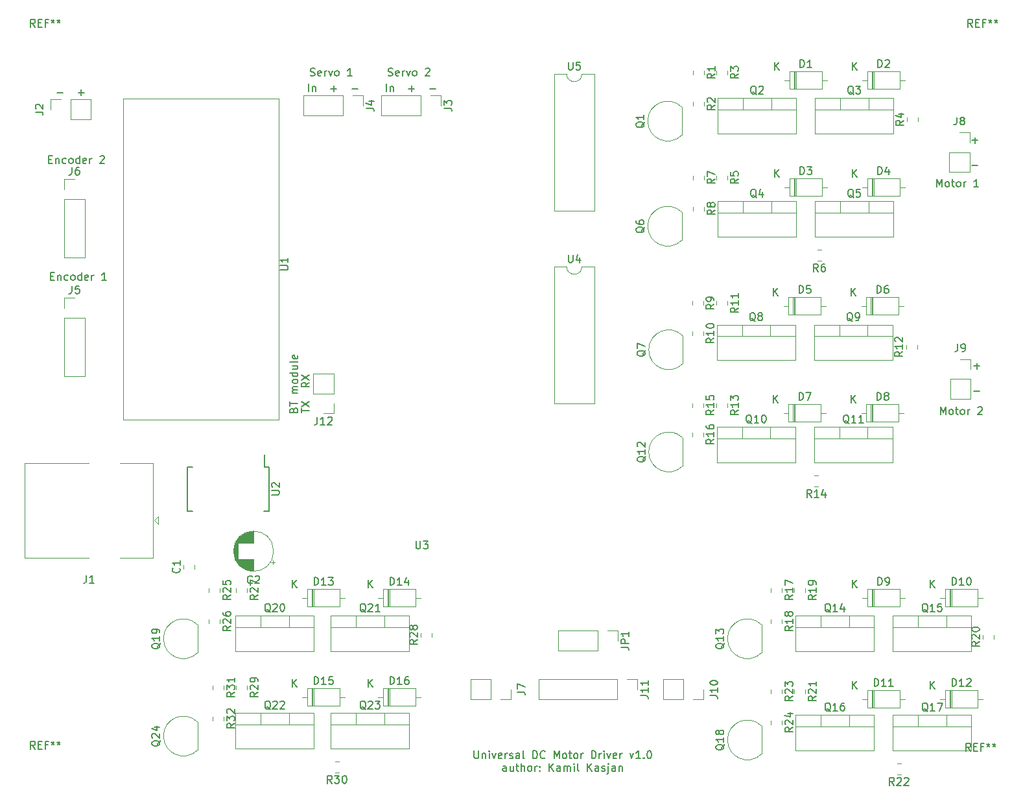
<source format=gbr>
G04 #@! TF.GenerationSoftware,KiCad,Pcbnew,(5.1.0)-1*
G04 #@! TF.CreationDate,2019-04-05T22:30:36+02:00*
G04 #@! TF.ProjectId,Motor_driver_pcb,4d6f746f-725f-4647-9269-7665725f7063,rev?*
G04 #@! TF.SameCoordinates,PX292dfe0PYc1c960*
G04 #@! TF.FileFunction,Legend,Top*
G04 #@! TF.FilePolarity,Positive*
%FSLAX46Y46*%
G04 Gerber Fmt 4.6, Leading zero omitted, Abs format (unit mm)*
G04 Created by KiCad (PCBNEW (5.1.0)-1) date 2019-04-05 22:30:36*
%MOMM*%
%LPD*%
G04 APERTURE LIST*
%ADD10C,0.150000*%
%ADD11C,0.120000*%
G04 APERTURE END LIST*
D10*
X37044380Y-50506000D02*
X37044380Y-49934571D01*
X38044380Y-50220285D02*
X37044380Y-50220285D01*
X37044380Y-49696476D02*
X38044380Y-49029809D01*
X37044380Y-49029809D02*
X38044380Y-49696476D01*
X38044380Y-46553619D02*
X37568190Y-46886952D01*
X38044380Y-47125047D02*
X37044380Y-47125047D01*
X37044380Y-46744095D01*
X37092000Y-46648857D01*
X37139619Y-46601238D01*
X37234857Y-46553619D01*
X37377714Y-46553619D01*
X37472952Y-46601238D01*
X37520571Y-46648857D01*
X37568190Y-46744095D01*
X37568190Y-47125047D01*
X37044380Y-46220285D02*
X38044380Y-45553619D01*
X37044380Y-45553619D02*
X38044380Y-46220285D01*
X35996571Y-50140761D02*
X36044190Y-49997904D01*
X36091809Y-49950285D01*
X36187047Y-49902666D01*
X36329904Y-49902666D01*
X36425142Y-49950285D01*
X36472761Y-49997904D01*
X36520380Y-50093142D01*
X36520380Y-50474095D01*
X35520380Y-50474095D01*
X35520380Y-50140761D01*
X35568000Y-50045523D01*
X35615619Y-49997904D01*
X35710857Y-49950285D01*
X35806095Y-49950285D01*
X35901333Y-49997904D01*
X35948952Y-50045523D01*
X35996571Y-50140761D01*
X35996571Y-50474095D01*
X35520380Y-49616952D02*
X35520380Y-49045523D01*
X36520380Y-49331238D02*
X35520380Y-49331238D01*
X36520380Y-47950285D02*
X35853714Y-47950285D01*
X35948952Y-47950285D02*
X35901333Y-47902666D01*
X35853714Y-47807428D01*
X35853714Y-47664571D01*
X35901333Y-47569333D01*
X35996571Y-47521714D01*
X36520380Y-47521714D01*
X35996571Y-47521714D02*
X35901333Y-47474095D01*
X35853714Y-47378857D01*
X35853714Y-47236000D01*
X35901333Y-47140761D01*
X35996571Y-47093142D01*
X36520380Y-47093142D01*
X36520380Y-46474095D02*
X36472761Y-46569333D01*
X36425142Y-46616952D01*
X36329904Y-46664571D01*
X36044190Y-46664571D01*
X35948952Y-46616952D01*
X35901333Y-46569333D01*
X35853714Y-46474095D01*
X35853714Y-46331238D01*
X35901333Y-46236000D01*
X35948952Y-46188380D01*
X36044190Y-46140761D01*
X36329904Y-46140761D01*
X36425142Y-46188380D01*
X36472761Y-46236000D01*
X36520380Y-46331238D01*
X36520380Y-46474095D01*
X36520380Y-45283619D02*
X35520380Y-45283619D01*
X36472761Y-45283619D02*
X36520380Y-45378857D01*
X36520380Y-45569333D01*
X36472761Y-45664571D01*
X36425142Y-45712190D01*
X36329904Y-45759809D01*
X36044190Y-45759809D01*
X35948952Y-45712190D01*
X35901333Y-45664571D01*
X35853714Y-45569333D01*
X35853714Y-45378857D01*
X35901333Y-45283619D01*
X35853714Y-44378857D02*
X36520380Y-44378857D01*
X35853714Y-44807428D02*
X36377523Y-44807428D01*
X36472761Y-44759809D01*
X36520380Y-44664571D01*
X36520380Y-44521714D01*
X36472761Y-44426476D01*
X36425142Y-44378857D01*
X36520380Y-43759809D02*
X36472761Y-43855047D01*
X36377523Y-43902666D01*
X35520380Y-43902666D01*
X36472761Y-42997904D02*
X36520380Y-43093142D01*
X36520380Y-43283619D01*
X36472761Y-43378857D01*
X36377523Y-43426476D01*
X35996571Y-43426476D01*
X35901333Y-43378857D01*
X35853714Y-43283619D01*
X35853714Y-43093142D01*
X35901333Y-42997904D01*
X35996571Y-42950285D01*
X36091809Y-42950285D01*
X36187047Y-43426476D01*
X48093714Y-8580380D02*
X48093714Y-7580380D01*
X48569904Y-7913714D02*
X48569904Y-8580380D01*
X48569904Y-8008952D02*
X48617523Y-7961333D01*
X48712761Y-7913714D01*
X48855619Y-7913714D01*
X48950857Y-7961333D01*
X48998476Y-8056571D01*
X48998476Y-8580380D01*
X50998476Y-8199428D02*
X51760380Y-8199428D01*
X51379428Y-8580380D02*
X51379428Y-7818476D01*
X53760380Y-8199428D02*
X54522285Y-8199428D01*
X37933714Y-8580380D02*
X37933714Y-7580380D01*
X38409904Y-7913714D02*
X38409904Y-8580380D01*
X38409904Y-8008952D02*
X38457523Y-7961333D01*
X38552761Y-7913714D01*
X38695619Y-7913714D01*
X38790857Y-7961333D01*
X38838476Y-8056571D01*
X38838476Y-8580380D01*
X40838476Y-8199428D02*
X41600380Y-8199428D01*
X41219428Y-8580380D02*
X41219428Y-7818476D01*
X43600380Y-8199428D02*
X44362285Y-8199428D01*
X48339714Y-6500761D02*
X48482571Y-6548380D01*
X48720666Y-6548380D01*
X48815904Y-6500761D01*
X48863523Y-6453142D01*
X48911142Y-6357904D01*
X48911142Y-6262666D01*
X48863523Y-6167428D01*
X48815904Y-6119809D01*
X48720666Y-6072190D01*
X48530190Y-6024571D01*
X48434952Y-5976952D01*
X48387333Y-5929333D01*
X48339714Y-5834095D01*
X48339714Y-5738857D01*
X48387333Y-5643619D01*
X48434952Y-5596000D01*
X48530190Y-5548380D01*
X48768285Y-5548380D01*
X48911142Y-5596000D01*
X49720666Y-6500761D02*
X49625428Y-6548380D01*
X49434952Y-6548380D01*
X49339714Y-6500761D01*
X49292095Y-6405523D01*
X49292095Y-6024571D01*
X49339714Y-5929333D01*
X49434952Y-5881714D01*
X49625428Y-5881714D01*
X49720666Y-5929333D01*
X49768285Y-6024571D01*
X49768285Y-6119809D01*
X49292095Y-6215047D01*
X50196857Y-6548380D02*
X50196857Y-5881714D01*
X50196857Y-6072190D02*
X50244476Y-5976952D01*
X50292095Y-5929333D01*
X50387333Y-5881714D01*
X50482571Y-5881714D01*
X50720666Y-5881714D02*
X50958761Y-6548380D01*
X51196857Y-5881714D01*
X51720666Y-6548380D02*
X51625428Y-6500761D01*
X51577809Y-6453142D01*
X51530190Y-6357904D01*
X51530190Y-6072190D01*
X51577809Y-5976952D01*
X51625428Y-5929333D01*
X51720666Y-5881714D01*
X51863523Y-5881714D01*
X51958761Y-5929333D01*
X52006380Y-5976952D01*
X52054000Y-6072190D01*
X52054000Y-6357904D01*
X52006380Y-6453142D01*
X51958761Y-6500761D01*
X51863523Y-6548380D01*
X51720666Y-6548380D01*
X53196857Y-5643619D02*
X53244476Y-5596000D01*
X53339714Y-5548380D01*
X53577809Y-5548380D01*
X53673047Y-5596000D01*
X53720666Y-5643619D01*
X53768285Y-5738857D01*
X53768285Y-5834095D01*
X53720666Y-5976952D01*
X53149238Y-6548380D01*
X53768285Y-6548380D01*
X38179714Y-6500761D02*
X38322571Y-6548380D01*
X38560666Y-6548380D01*
X38655904Y-6500761D01*
X38703523Y-6453142D01*
X38751142Y-6357904D01*
X38751142Y-6262666D01*
X38703523Y-6167428D01*
X38655904Y-6119809D01*
X38560666Y-6072190D01*
X38370190Y-6024571D01*
X38274952Y-5976952D01*
X38227333Y-5929333D01*
X38179714Y-5834095D01*
X38179714Y-5738857D01*
X38227333Y-5643619D01*
X38274952Y-5596000D01*
X38370190Y-5548380D01*
X38608285Y-5548380D01*
X38751142Y-5596000D01*
X39560666Y-6500761D02*
X39465428Y-6548380D01*
X39274952Y-6548380D01*
X39179714Y-6500761D01*
X39132095Y-6405523D01*
X39132095Y-6024571D01*
X39179714Y-5929333D01*
X39274952Y-5881714D01*
X39465428Y-5881714D01*
X39560666Y-5929333D01*
X39608285Y-6024571D01*
X39608285Y-6119809D01*
X39132095Y-6215047D01*
X40036857Y-6548380D02*
X40036857Y-5881714D01*
X40036857Y-6072190D02*
X40084476Y-5976952D01*
X40132095Y-5929333D01*
X40227333Y-5881714D01*
X40322571Y-5881714D01*
X40560666Y-5881714D02*
X40798761Y-6548380D01*
X41036857Y-5881714D01*
X41560666Y-6548380D02*
X41465428Y-6500761D01*
X41417809Y-6453142D01*
X41370190Y-6357904D01*
X41370190Y-6072190D01*
X41417809Y-5976952D01*
X41465428Y-5929333D01*
X41560666Y-5881714D01*
X41703523Y-5881714D01*
X41798761Y-5929333D01*
X41846380Y-5976952D01*
X41894000Y-6072190D01*
X41894000Y-6357904D01*
X41846380Y-6453142D01*
X41798761Y-6500761D01*
X41703523Y-6548380D01*
X41560666Y-6548380D01*
X43608285Y-6548380D02*
X43036857Y-6548380D01*
X43322571Y-6548380D02*
X43322571Y-5548380D01*
X43227333Y-5691238D01*
X43132095Y-5786476D01*
X43036857Y-5834095D01*
X4024761Y-17454571D02*
X4358095Y-17454571D01*
X4500952Y-17978380D02*
X4024761Y-17978380D01*
X4024761Y-16978380D01*
X4500952Y-16978380D01*
X4929523Y-17311714D02*
X4929523Y-17978380D01*
X4929523Y-17406952D02*
X4977142Y-17359333D01*
X5072380Y-17311714D01*
X5215238Y-17311714D01*
X5310476Y-17359333D01*
X5358095Y-17454571D01*
X5358095Y-17978380D01*
X6262857Y-17930761D02*
X6167619Y-17978380D01*
X5977142Y-17978380D01*
X5881904Y-17930761D01*
X5834285Y-17883142D01*
X5786666Y-17787904D01*
X5786666Y-17502190D01*
X5834285Y-17406952D01*
X5881904Y-17359333D01*
X5977142Y-17311714D01*
X6167619Y-17311714D01*
X6262857Y-17359333D01*
X6834285Y-17978380D02*
X6739047Y-17930761D01*
X6691428Y-17883142D01*
X6643809Y-17787904D01*
X6643809Y-17502190D01*
X6691428Y-17406952D01*
X6739047Y-17359333D01*
X6834285Y-17311714D01*
X6977142Y-17311714D01*
X7072380Y-17359333D01*
X7120000Y-17406952D01*
X7167619Y-17502190D01*
X7167619Y-17787904D01*
X7120000Y-17883142D01*
X7072380Y-17930761D01*
X6977142Y-17978380D01*
X6834285Y-17978380D01*
X8024761Y-17978380D02*
X8024761Y-16978380D01*
X8024761Y-17930761D02*
X7929523Y-17978380D01*
X7739047Y-17978380D01*
X7643809Y-17930761D01*
X7596190Y-17883142D01*
X7548571Y-17787904D01*
X7548571Y-17502190D01*
X7596190Y-17406952D01*
X7643809Y-17359333D01*
X7739047Y-17311714D01*
X7929523Y-17311714D01*
X8024761Y-17359333D01*
X8881904Y-17930761D02*
X8786666Y-17978380D01*
X8596190Y-17978380D01*
X8500952Y-17930761D01*
X8453333Y-17835523D01*
X8453333Y-17454571D01*
X8500952Y-17359333D01*
X8596190Y-17311714D01*
X8786666Y-17311714D01*
X8881904Y-17359333D01*
X8929523Y-17454571D01*
X8929523Y-17549809D01*
X8453333Y-17645047D01*
X9358095Y-17978380D02*
X9358095Y-17311714D01*
X9358095Y-17502190D02*
X9405714Y-17406952D01*
X9453333Y-17359333D01*
X9548571Y-17311714D01*
X9643809Y-17311714D01*
X10691428Y-17073619D02*
X10739047Y-17026000D01*
X10834285Y-16978380D01*
X11072380Y-16978380D01*
X11167619Y-17026000D01*
X11215238Y-17073619D01*
X11262857Y-17168857D01*
X11262857Y-17264095D01*
X11215238Y-17406952D01*
X10643809Y-17978380D01*
X11262857Y-17978380D01*
X4278761Y-32694571D02*
X4612095Y-32694571D01*
X4754952Y-33218380D02*
X4278761Y-33218380D01*
X4278761Y-32218380D01*
X4754952Y-32218380D01*
X5183523Y-32551714D02*
X5183523Y-33218380D01*
X5183523Y-32646952D02*
X5231142Y-32599333D01*
X5326380Y-32551714D01*
X5469238Y-32551714D01*
X5564476Y-32599333D01*
X5612095Y-32694571D01*
X5612095Y-33218380D01*
X6516857Y-33170761D02*
X6421619Y-33218380D01*
X6231142Y-33218380D01*
X6135904Y-33170761D01*
X6088285Y-33123142D01*
X6040666Y-33027904D01*
X6040666Y-32742190D01*
X6088285Y-32646952D01*
X6135904Y-32599333D01*
X6231142Y-32551714D01*
X6421619Y-32551714D01*
X6516857Y-32599333D01*
X7088285Y-33218380D02*
X6993047Y-33170761D01*
X6945428Y-33123142D01*
X6897809Y-33027904D01*
X6897809Y-32742190D01*
X6945428Y-32646952D01*
X6993047Y-32599333D01*
X7088285Y-32551714D01*
X7231142Y-32551714D01*
X7326380Y-32599333D01*
X7374000Y-32646952D01*
X7421619Y-32742190D01*
X7421619Y-33027904D01*
X7374000Y-33123142D01*
X7326380Y-33170761D01*
X7231142Y-33218380D01*
X7088285Y-33218380D01*
X8278761Y-33218380D02*
X8278761Y-32218380D01*
X8278761Y-33170761D02*
X8183523Y-33218380D01*
X7993047Y-33218380D01*
X7897809Y-33170761D01*
X7850190Y-33123142D01*
X7802571Y-33027904D01*
X7802571Y-32742190D01*
X7850190Y-32646952D01*
X7897809Y-32599333D01*
X7993047Y-32551714D01*
X8183523Y-32551714D01*
X8278761Y-32599333D01*
X9135904Y-33170761D02*
X9040666Y-33218380D01*
X8850190Y-33218380D01*
X8754952Y-33170761D01*
X8707333Y-33075523D01*
X8707333Y-32694571D01*
X8754952Y-32599333D01*
X8850190Y-32551714D01*
X9040666Y-32551714D01*
X9135904Y-32599333D01*
X9183523Y-32694571D01*
X9183523Y-32789809D01*
X8707333Y-32885047D01*
X9612095Y-33218380D02*
X9612095Y-32551714D01*
X9612095Y-32742190D02*
X9659714Y-32646952D01*
X9707333Y-32599333D01*
X9802571Y-32551714D01*
X9897809Y-32551714D01*
X11516857Y-33218380D02*
X10945428Y-33218380D01*
X11231142Y-33218380D02*
X11231142Y-32218380D01*
X11135904Y-32361238D01*
X11040666Y-32456476D01*
X10945428Y-32504095D01*
X124841047Y-44395428D02*
X125602952Y-44395428D01*
X125222000Y-44776380D02*
X125222000Y-44014476D01*
X124841047Y-47695428D02*
X125602952Y-47695428D01*
X124587047Y-14931428D02*
X125348952Y-14931428D01*
X124968000Y-15312380D02*
X124968000Y-14550476D01*
X124587047Y-18231428D02*
X125348952Y-18231428D01*
X120499523Y-50744380D02*
X120499523Y-49744380D01*
X120832857Y-50458666D01*
X121166190Y-49744380D01*
X121166190Y-50744380D01*
X121785238Y-50744380D02*
X121690000Y-50696761D01*
X121642380Y-50649142D01*
X121594761Y-50553904D01*
X121594761Y-50268190D01*
X121642380Y-50172952D01*
X121690000Y-50125333D01*
X121785238Y-50077714D01*
X121928095Y-50077714D01*
X122023333Y-50125333D01*
X122070952Y-50172952D01*
X122118571Y-50268190D01*
X122118571Y-50553904D01*
X122070952Y-50649142D01*
X122023333Y-50696761D01*
X121928095Y-50744380D01*
X121785238Y-50744380D01*
X122404285Y-50077714D02*
X122785238Y-50077714D01*
X122547142Y-49744380D02*
X122547142Y-50601523D01*
X122594761Y-50696761D01*
X122690000Y-50744380D01*
X122785238Y-50744380D01*
X123261428Y-50744380D02*
X123166190Y-50696761D01*
X123118571Y-50649142D01*
X123070952Y-50553904D01*
X123070952Y-50268190D01*
X123118571Y-50172952D01*
X123166190Y-50125333D01*
X123261428Y-50077714D01*
X123404285Y-50077714D01*
X123499523Y-50125333D01*
X123547142Y-50172952D01*
X123594761Y-50268190D01*
X123594761Y-50553904D01*
X123547142Y-50649142D01*
X123499523Y-50696761D01*
X123404285Y-50744380D01*
X123261428Y-50744380D01*
X124023333Y-50744380D02*
X124023333Y-50077714D01*
X124023333Y-50268190D02*
X124070952Y-50172952D01*
X124118571Y-50125333D01*
X124213809Y-50077714D01*
X124309047Y-50077714D01*
X125356666Y-49839619D02*
X125404285Y-49792000D01*
X125499523Y-49744380D01*
X125737619Y-49744380D01*
X125832857Y-49792000D01*
X125880476Y-49839619D01*
X125928095Y-49934857D01*
X125928095Y-50030095D01*
X125880476Y-50172952D01*
X125309047Y-50744380D01*
X125928095Y-50744380D01*
X119991523Y-21026380D02*
X119991523Y-20026380D01*
X120324857Y-20740666D01*
X120658190Y-20026380D01*
X120658190Y-21026380D01*
X121277238Y-21026380D02*
X121182000Y-20978761D01*
X121134380Y-20931142D01*
X121086761Y-20835904D01*
X121086761Y-20550190D01*
X121134380Y-20454952D01*
X121182000Y-20407333D01*
X121277238Y-20359714D01*
X121420095Y-20359714D01*
X121515333Y-20407333D01*
X121562952Y-20454952D01*
X121610571Y-20550190D01*
X121610571Y-20835904D01*
X121562952Y-20931142D01*
X121515333Y-20978761D01*
X121420095Y-21026380D01*
X121277238Y-21026380D01*
X121896285Y-20359714D02*
X122277238Y-20359714D01*
X122039142Y-20026380D02*
X122039142Y-20883523D01*
X122086761Y-20978761D01*
X122182000Y-21026380D01*
X122277238Y-21026380D01*
X122753428Y-21026380D02*
X122658190Y-20978761D01*
X122610571Y-20931142D01*
X122562952Y-20835904D01*
X122562952Y-20550190D01*
X122610571Y-20454952D01*
X122658190Y-20407333D01*
X122753428Y-20359714D01*
X122896285Y-20359714D01*
X122991523Y-20407333D01*
X123039142Y-20454952D01*
X123086761Y-20550190D01*
X123086761Y-20835904D01*
X123039142Y-20931142D01*
X122991523Y-20978761D01*
X122896285Y-21026380D01*
X122753428Y-21026380D01*
X123515333Y-21026380D02*
X123515333Y-20359714D01*
X123515333Y-20550190D02*
X123562952Y-20454952D01*
X123610571Y-20407333D01*
X123705809Y-20359714D01*
X123801047Y-20359714D01*
X125420095Y-21026380D02*
X124848666Y-21026380D01*
X125134380Y-21026380D02*
X125134380Y-20026380D01*
X125039142Y-20169238D01*
X124943904Y-20264476D01*
X124848666Y-20312095D01*
X5096095Y-8707428D02*
X5858000Y-8707428D01*
X7858000Y-8707428D02*
X8619904Y-8707428D01*
X8238952Y-9088380D02*
X8238952Y-8326476D01*
X59572380Y-94639380D02*
X59572380Y-95448904D01*
X59620000Y-95544142D01*
X59667619Y-95591761D01*
X59762857Y-95639380D01*
X59953333Y-95639380D01*
X60048571Y-95591761D01*
X60096190Y-95544142D01*
X60143809Y-95448904D01*
X60143809Y-94639380D01*
X60620000Y-94972714D02*
X60620000Y-95639380D01*
X60620000Y-95067952D02*
X60667619Y-95020333D01*
X60762857Y-94972714D01*
X60905714Y-94972714D01*
X61000952Y-95020333D01*
X61048571Y-95115571D01*
X61048571Y-95639380D01*
X61524761Y-95639380D02*
X61524761Y-94972714D01*
X61524761Y-94639380D02*
X61477142Y-94687000D01*
X61524761Y-94734619D01*
X61572380Y-94687000D01*
X61524761Y-94639380D01*
X61524761Y-94734619D01*
X61905714Y-94972714D02*
X62143809Y-95639380D01*
X62381904Y-94972714D01*
X63143809Y-95591761D02*
X63048571Y-95639380D01*
X62858095Y-95639380D01*
X62762857Y-95591761D01*
X62715238Y-95496523D01*
X62715238Y-95115571D01*
X62762857Y-95020333D01*
X62858095Y-94972714D01*
X63048571Y-94972714D01*
X63143809Y-95020333D01*
X63191428Y-95115571D01*
X63191428Y-95210809D01*
X62715238Y-95306047D01*
X63620000Y-95639380D02*
X63620000Y-94972714D01*
X63620000Y-95163190D02*
X63667619Y-95067952D01*
X63715238Y-95020333D01*
X63810476Y-94972714D01*
X63905714Y-94972714D01*
X64191428Y-95591761D02*
X64286666Y-95639380D01*
X64477142Y-95639380D01*
X64572380Y-95591761D01*
X64620000Y-95496523D01*
X64620000Y-95448904D01*
X64572380Y-95353666D01*
X64477142Y-95306047D01*
X64334285Y-95306047D01*
X64239047Y-95258428D01*
X64191428Y-95163190D01*
X64191428Y-95115571D01*
X64239047Y-95020333D01*
X64334285Y-94972714D01*
X64477142Y-94972714D01*
X64572380Y-95020333D01*
X65477142Y-95639380D02*
X65477142Y-95115571D01*
X65429523Y-95020333D01*
X65334285Y-94972714D01*
X65143809Y-94972714D01*
X65048571Y-95020333D01*
X65477142Y-95591761D02*
X65381904Y-95639380D01*
X65143809Y-95639380D01*
X65048571Y-95591761D01*
X65000952Y-95496523D01*
X65000952Y-95401285D01*
X65048571Y-95306047D01*
X65143809Y-95258428D01*
X65381904Y-95258428D01*
X65477142Y-95210809D01*
X66096190Y-95639380D02*
X66000952Y-95591761D01*
X65953333Y-95496523D01*
X65953333Y-94639380D01*
X67239047Y-95639380D02*
X67239047Y-94639380D01*
X67477142Y-94639380D01*
X67620000Y-94687000D01*
X67715238Y-94782238D01*
X67762857Y-94877476D01*
X67810476Y-95067952D01*
X67810476Y-95210809D01*
X67762857Y-95401285D01*
X67715238Y-95496523D01*
X67620000Y-95591761D01*
X67477142Y-95639380D01*
X67239047Y-95639380D01*
X68810476Y-95544142D02*
X68762857Y-95591761D01*
X68620000Y-95639380D01*
X68524761Y-95639380D01*
X68381904Y-95591761D01*
X68286666Y-95496523D01*
X68239047Y-95401285D01*
X68191428Y-95210809D01*
X68191428Y-95067952D01*
X68239047Y-94877476D01*
X68286666Y-94782238D01*
X68381904Y-94687000D01*
X68524761Y-94639380D01*
X68620000Y-94639380D01*
X68762857Y-94687000D01*
X68810476Y-94734619D01*
X70000952Y-95639380D02*
X70000952Y-94639380D01*
X70334285Y-95353666D01*
X70667619Y-94639380D01*
X70667619Y-95639380D01*
X71286666Y-95639380D02*
X71191428Y-95591761D01*
X71143809Y-95544142D01*
X71096190Y-95448904D01*
X71096190Y-95163190D01*
X71143809Y-95067952D01*
X71191428Y-95020333D01*
X71286666Y-94972714D01*
X71429523Y-94972714D01*
X71524761Y-95020333D01*
X71572380Y-95067952D01*
X71620000Y-95163190D01*
X71620000Y-95448904D01*
X71572380Y-95544142D01*
X71524761Y-95591761D01*
X71429523Y-95639380D01*
X71286666Y-95639380D01*
X71905714Y-94972714D02*
X72286666Y-94972714D01*
X72048571Y-94639380D02*
X72048571Y-95496523D01*
X72096190Y-95591761D01*
X72191428Y-95639380D01*
X72286666Y-95639380D01*
X72762857Y-95639380D02*
X72667619Y-95591761D01*
X72620000Y-95544142D01*
X72572380Y-95448904D01*
X72572380Y-95163190D01*
X72620000Y-95067952D01*
X72667619Y-95020333D01*
X72762857Y-94972714D01*
X72905714Y-94972714D01*
X73000952Y-95020333D01*
X73048571Y-95067952D01*
X73096190Y-95163190D01*
X73096190Y-95448904D01*
X73048571Y-95544142D01*
X73000952Y-95591761D01*
X72905714Y-95639380D01*
X72762857Y-95639380D01*
X73524761Y-95639380D02*
X73524761Y-94972714D01*
X73524761Y-95163190D02*
X73572380Y-95067952D01*
X73620000Y-95020333D01*
X73715238Y-94972714D01*
X73810476Y-94972714D01*
X74905714Y-95639380D02*
X74905714Y-94639380D01*
X75143809Y-94639380D01*
X75286666Y-94687000D01*
X75381904Y-94782238D01*
X75429523Y-94877476D01*
X75477142Y-95067952D01*
X75477142Y-95210809D01*
X75429523Y-95401285D01*
X75381904Y-95496523D01*
X75286666Y-95591761D01*
X75143809Y-95639380D01*
X74905714Y-95639380D01*
X75905714Y-95639380D02*
X75905714Y-94972714D01*
X75905714Y-95163190D02*
X75953333Y-95067952D01*
X76000952Y-95020333D01*
X76096190Y-94972714D01*
X76191428Y-94972714D01*
X76524761Y-95639380D02*
X76524761Y-94972714D01*
X76524761Y-94639380D02*
X76477142Y-94687000D01*
X76524761Y-94734619D01*
X76572380Y-94687000D01*
X76524761Y-94639380D01*
X76524761Y-94734619D01*
X76905714Y-94972714D02*
X77143809Y-95639380D01*
X77381904Y-94972714D01*
X78143809Y-95591761D02*
X78048571Y-95639380D01*
X77858095Y-95639380D01*
X77762857Y-95591761D01*
X77715238Y-95496523D01*
X77715238Y-95115571D01*
X77762857Y-95020333D01*
X77858095Y-94972714D01*
X78048571Y-94972714D01*
X78143809Y-95020333D01*
X78191428Y-95115571D01*
X78191428Y-95210809D01*
X77715238Y-95306047D01*
X78620000Y-95639380D02*
X78620000Y-94972714D01*
X78620000Y-95163190D02*
X78667619Y-95067952D01*
X78715238Y-95020333D01*
X78810476Y-94972714D01*
X78905714Y-94972714D01*
X79905714Y-94972714D02*
X80143809Y-95639380D01*
X80381904Y-94972714D01*
X81286666Y-95639380D02*
X80715238Y-95639380D01*
X81000952Y-95639380D02*
X81000952Y-94639380D01*
X80905714Y-94782238D01*
X80810476Y-94877476D01*
X80715238Y-94925095D01*
X81715238Y-95544142D02*
X81762857Y-95591761D01*
X81715238Y-95639380D01*
X81667619Y-95591761D01*
X81715238Y-95544142D01*
X81715238Y-95639380D01*
X82381904Y-94639380D02*
X82477142Y-94639380D01*
X82572380Y-94687000D01*
X82620000Y-94734619D01*
X82667619Y-94829857D01*
X82715238Y-95020333D01*
X82715238Y-95258428D01*
X82667619Y-95448904D01*
X82620000Y-95544142D01*
X82572380Y-95591761D01*
X82477142Y-95639380D01*
X82381904Y-95639380D01*
X82286666Y-95591761D01*
X82239047Y-95544142D01*
X82191428Y-95448904D01*
X82143809Y-95258428D01*
X82143809Y-95020333D01*
X82191428Y-94829857D01*
X82239047Y-94734619D01*
X82286666Y-94687000D01*
X82381904Y-94639380D01*
X63762857Y-97289380D02*
X63762857Y-96765571D01*
X63715238Y-96670333D01*
X63620000Y-96622714D01*
X63429523Y-96622714D01*
X63334285Y-96670333D01*
X63762857Y-97241761D02*
X63667619Y-97289380D01*
X63429523Y-97289380D01*
X63334285Y-97241761D01*
X63286666Y-97146523D01*
X63286666Y-97051285D01*
X63334285Y-96956047D01*
X63429523Y-96908428D01*
X63667619Y-96908428D01*
X63762857Y-96860809D01*
X64667619Y-96622714D02*
X64667619Y-97289380D01*
X64239047Y-96622714D02*
X64239047Y-97146523D01*
X64286666Y-97241761D01*
X64381904Y-97289380D01*
X64524761Y-97289380D01*
X64620000Y-97241761D01*
X64667619Y-97194142D01*
X65000952Y-96622714D02*
X65381904Y-96622714D01*
X65143809Y-96289380D02*
X65143809Y-97146523D01*
X65191428Y-97241761D01*
X65286666Y-97289380D01*
X65381904Y-97289380D01*
X65715238Y-97289380D02*
X65715238Y-96289380D01*
X66143809Y-97289380D02*
X66143809Y-96765571D01*
X66096190Y-96670333D01*
X66000952Y-96622714D01*
X65858095Y-96622714D01*
X65762857Y-96670333D01*
X65715238Y-96717952D01*
X66762857Y-97289380D02*
X66667619Y-97241761D01*
X66620000Y-97194142D01*
X66572380Y-97098904D01*
X66572380Y-96813190D01*
X66620000Y-96717952D01*
X66667619Y-96670333D01*
X66762857Y-96622714D01*
X66905714Y-96622714D01*
X67000952Y-96670333D01*
X67048571Y-96717952D01*
X67096190Y-96813190D01*
X67096190Y-97098904D01*
X67048571Y-97194142D01*
X67000952Y-97241761D01*
X66905714Y-97289380D01*
X66762857Y-97289380D01*
X67524761Y-97289380D02*
X67524761Y-96622714D01*
X67524761Y-96813190D02*
X67572380Y-96717952D01*
X67620000Y-96670333D01*
X67715238Y-96622714D01*
X67810476Y-96622714D01*
X68143809Y-97194142D02*
X68191428Y-97241761D01*
X68143809Y-97289380D01*
X68096190Y-97241761D01*
X68143809Y-97194142D01*
X68143809Y-97289380D01*
X68143809Y-96670333D02*
X68191428Y-96717952D01*
X68143809Y-96765571D01*
X68096190Y-96717952D01*
X68143809Y-96670333D01*
X68143809Y-96765571D01*
X69381904Y-97289380D02*
X69381904Y-96289380D01*
X69953333Y-97289380D02*
X69524761Y-96717952D01*
X69953333Y-96289380D02*
X69381904Y-96860809D01*
X70810476Y-97289380D02*
X70810476Y-96765571D01*
X70762857Y-96670333D01*
X70667619Y-96622714D01*
X70477142Y-96622714D01*
X70381904Y-96670333D01*
X70810476Y-97241761D02*
X70715238Y-97289380D01*
X70477142Y-97289380D01*
X70381904Y-97241761D01*
X70334285Y-97146523D01*
X70334285Y-97051285D01*
X70381904Y-96956047D01*
X70477142Y-96908428D01*
X70715238Y-96908428D01*
X70810476Y-96860809D01*
X71286666Y-97289380D02*
X71286666Y-96622714D01*
X71286666Y-96717952D02*
X71334285Y-96670333D01*
X71429523Y-96622714D01*
X71572380Y-96622714D01*
X71667619Y-96670333D01*
X71715238Y-96765571D01*
X71715238Y-97289380D01*
X71715238Y-96765571D02*
X71762857Y-96670333D01*
X71858095Y-96622714D01*
X72000952Y-96622714D01*
X72096190Y-96670333D01*
X72143809Y-96765571D01*
X72143809Y-97289380D01*
X72620000Y-97289380D02*
X72620000Y-96622714D01*
X72620000Y-96289380D02*
X72572380Y-96337000D01*
X72620000Y-96384619D01*
X72667619Y-96337000D01*
X72620000Y-96289380D01*
X72620000Y-96384619D01*
X73239047Y-97289380D02*
X73143809Y-97241761D01*
X73096190Y-97146523D01*
X73096190Y-96289380D01*
X74381904Y-97289380D02*
X74381904Y-96289380D01*
X74953333Y-97289380D02*
X74524761Y-96717952D01*
X74953333Y-96289380D02*
X74381904Y-96860809D01*
X75810476Y-97289380D02*
X75810476Y-96765571D01*
X75762857Y-96670333D01*
X75667619Y-96622714D01*
X75477142Y-96622714D01*
X75381904Y-96670333D01*
X75810476Y-97241761D02*
X75715238Y-97289380D01*
X75477142Y-97289380D01*
X75381904Y-97241761D01*
X75334285Y-97146523D01*
X75334285Y-97051285D01*
X75381904Y-96956047D01*
X75477142Y-96908428D01*
X75715238Y-96908428D01*
X75810476Y-96860809D01*
X76239047Y-97241761D02*
X76334285Y-97289380D01*
X76524761Y-97289380D01*
X76620000Y-97241761D01*
X76667619Y-97146523D01*
X76667619Y-97098904D01*
X76620000Y-97003666D01*
X76524761Y-96956047D01*
X76381904Y-96956047D01*
X76286666Y-96908428D01*
X76239047Y-96813190D01*
X76239047Y-96765571D01*
X76286666Y-96670333D01*
X76381904Y-96622714D01*
X76524761Y-96622714D01*
X76620000Y-96670333D01*
X77096190Y-96622714D02*
X77096190Y-97479857D01*
X77048571Y-97575095D01*
X76953333Y-97622714D01*
X76905714Y-97622714D01*
X77096190Y-96289380D02*
X77048571Y-96337000D01*
X77096190Y-96384619D01*
X77143809Y-96337000D01*
X77096190Y-96289380D01*
X77096190Y-96384619D01*
X78000952Y-97289380D02*
X78000952Y-96765571D01*
X77953333Y-96670333D01*
X77858095Y-96622714D01*
X77667619Y-96622714D01*
X77572380Y-96670333D01*
X78000952Y-97241761D02*
X77905714Y-97289380D01*
X77667619Y-97289380D01*
X77572380Y-97241761D01*
X77524761Y-97146523D01*
X77524761Y-97051285D01*
X77572380Y-96956047D01*
X77667619Y-96908428D01*
X77905714Y-96908428D01*
X78000952Y-96860809D01*
X78477142Y-96622714D02*
X78477142Y-97289380D01*
X78477142Y-96717952D02*
X78524761Y-96670333D01*
X78620000Y-96622714D01*
X78762857Y-96622714D01*
X78858095Y-96670333D01*
X78905714Y-96765571D01*
X78905714Y-97289380D01*
D11*
X73644000Y-6290000D02*
G75*
G02X71644000Y-6290000I-1000000J0D01*
G01*
X71644000Y-6290000D02*
X69994000Y-6290000D01*
X69994000Y-6290000D02*
X69994000Y-24190000D01*
X69994000Y-24190000D02*
X75294000Y-24190000D01*
X75294000Y-24190000D02*
X75294000Y-6290000D01*
X75294000Y-6290000D02*
X73644000Y-6290000D01*
X100750000Y-5992000D02*
X100750000Y-8232000D01*
X100750000Y-8232000D02*
X104990000Y-8232000D01*
X104990000Y-8232000D02*
X104990000Y-5992000D01*
X104990000Y-5992000D02*
X100750000Y-5992000D01*
X100100000Y-7112000D02*
X100750000Y-7112000D01*
X105640000Y-7112000D02*
X104990000Y-7112000D01*
X101470000Y-5992000D02*
X101470000Y-8232000D01*
X101590000Y-5992000D02*
X101590000Y-8232000D01*
X101350000Y-5992000D02*
X101350000Y-8232000D01*
X111510000Y-5992000D02*
X111510000Y-8232000D01*
X111750000Y-5992000D02*
X111750000Y-8232000D01*
X111630000Y-5992000D02*
X111630000Y-8232000D01*
X115800000Y-7112000D02*
X115150000Y-7112000D01*
X110260000Y-7112000D02*
X110910000Y-7112000D01*
X115150000Y-5992000D02*
X110910000Y-5992000D01*
X115150000Y-8232000D02*
X115150000Y-5992000D01*
X110910000Y-8232000D02*
X115150000Y-8232000D01*
X110910000Y-5992000D02*
X110910000Y-8232000D01*
X100750000Y-19962000D02*
X100750000Y-22202000D01*
X100750000Y-22202000D02*
X104990000Y-22202000D01*
X104990000Y-22202000D02*
X104990000Y-19962000D01*
X104990000Y-19962000D02*
X100750000Y-19962000D01*
X100100000Y-21082000D02*
X100750000Y-21082000D01*
X105640000Y-21082000D02*
X104990000Y-21082000D01*
X101470000Y-19962000D02*
X101470000Y-22202000D01*
X101590000Y-19962000D02*
X101590000Y-22202000D01*
X101350000Y-19962000D02*
X101350000Y-22202000D01*
X111510000Y-19962000D02*
X111510000Y-22202000D01*
X111750000Y-19962000D02*
X111750000Y-22202000D01*
X111630000Y-19962000D02*
X111630000Y-22202000D01*
X115800000Y-21082000D02*
X115150000Y-21082000D01*
X110260000Y-21082000D02*
X110910000Y-21082000D01*
X115150000Y-19962000D02*
X110910000Y-19962000D01*
X115150000Y-22202000D02*
X115150000Y-19962000D01*
X110910000Y-22202000D02*
X115150000Y-22202000D01*
X110910000Y-19962000D02*
X110910000Y-22202000D01*
X101223000Y-35456000D02*
X101223000Y-37696000D01*
X101463000Y-35456000D02*
X101463000Y-37696000D01*
X101343000Y-35456000D02*
X101343000Y-37696000D01*
X105513000Y-36576000D02*
X104863000Y-36576000D01*
X99973000Y-36576000D02*
X100623000Y-36576000D01*
X104863000Y-35456000D02*
X100623000Y-35456000D01*
X104863000Y-37696000D02*
X104863000Y-35456000D01*
X100623000Y-37696000D02*
X104863000Y-37696000D01*
X100623000Y-35456000D02*
X100623000Y-37696000D01*
X110783000Y-35456000D02*
X110783000Y-37696000D01*
X110783000Y-37696000D02*
X115023000Y-37696000D01*
X115023000Y-37696000D02*
X115023000Y-35456000D01*
X115023000Y-35456000D02*
X110783000Y-35456000D01*
X110133000Y-36576000D02*
X110783000Y-36576000D01*
X115673000Y-36576000D02*
X115023000Y-36576000D01*
X111503000Y-35456000D02*
X111503000Y-37696000D01*
X111623000Y-35456000D02*
X111623000Y-37696000D01*
X111383000Y-35456000D02*
X111383000Y-37696000D01*
X101223000Y-49426000D02*
X101223000Y-51666000D01*
X101463000Y-49426000D02*
X101463000Y-51666000D01*
X101343000Y-49426000D02*
X101343000Y-51666000D01*
X105513000Y-50546000D02*
X104863000Y-50546000D01*
X99973000Y-50546000D02*
X100623000Y-50546000D01*
X104863000Y-49426000D02*
X100623000Y-49426000D01*
X104863000Y-51666000D02*
X104863000Y-49426000D01*
X100623000Y-51666000D02*
X104863000Y-51666000D01*
X100623000Y-49426000D02*
X100623000Y-51666000D01*
X110783000Y-49426000D02*
X110783000Y-51666000D01*
X110783000Y-51666000D02*
X115023000Y-51666000D01*
X115023000Y-51666000D02*
X115023000Y-49426000D01*
X115023000Y-49426000D02*
X110783000Y-49426000D01*
X110133000Y-50546000D02*
X110783000Y-50546000D01*
X115673000Y-50546000D02*
X115023000Y-50546000D01*
X111503000Y-49426000D02*
X111503000Y-51666000D01*
X111623000Y-49426000D02*
X111623000Y-51666000D01*
X111383000Y-49426000D02*
X111383000Y-51666000D01*
X111510000Y-73556000D02*
X111510000Y-75796000D01*
X111750000Y-73556000D02*
X111750000Y-75796000D01*
X111630000Y-73556000D02*
X111630000Y-75796000D01*
X115800000Y-74676000D02*
X115150000Y-74676000D01*
X110260000Y-74676000D02*
X110910000Y-74676000D01*
X115150000Y-73556000D02*
X110910000Y-73556000D01*
X115150000Y-75796000D02*
X115150000Y-73556000D01*
X110910000Y-75796000D02*
X115150000Y-75796000D01*
X110910000Y-73556000D02*
X110910000Y-75796000D01*
X121070000Y-73556000D02*
X121070000Y-75796000D01*
X121070000Y-75796000D02*
X125310000Y-75796000D01*
X125310000Y-75796000D02*
X125310000Y-73556000D01*
X125310000Y-73556000D02*
X121070000Y-73556000D01*
X120420000Y-74676000D02*
X121070000Y-74676000D01*
X125960000Y-74676000D02*
X125310000Y-74676000D01*
X121790000Y-73556000D02*
X121790000Y-75796000D01*
X121910000Y-73556000D02*
X121910000Y-75796000D01*
X121670000Y-73556000D02*
X121670000Y-75796000D01*
X110910000Y-86764000D02*
X110910000Y-89004000D01*
X110910000Y-89004000D02*
X115150000Y-89004000D01*
X115150000Y-89004000D02*
X115150000Y-86764000D01*
X115150000Y-86764000D02*
X110910000Y-86764000D01*
X110260000Y-87884000D02*
X110910000Y-87884000D01*
X115800000Y-87884000D02*
X115150000Y-87884000D01*
X111630000Y-86764000D02*
X111630000Y-89004000D01*
X111750000Y-86764000D02*
X111750000Y-89004000D01*
X111510000Y-86764000D02*
X111510000Y-89004000D01*
X121670000Y-86764000D02*
X121670000Y-89004000D01*
X121910000Y-86764000D02*
X121910000Y-89004000D01*
X121790000Y-86764000D02*
X121790000Y-89004000D01*
X125960000Y-87884000D02*
X125310000Y-87884000D01*
X120420000Y-87884000D02*
X121070000Y-87884000D01*
X125310000Y-86764000D02*
X121070000Y-86764000D01*
X125310000Y-89004000D02*
X125310000Y-86764000D01*
X121070000Y-89004000D02*
X125310000Y-89004000D01*
X121070000Y-86764000D02*
X121070000Y-89004000D01*
X37758000Y-73556000D02*
X37758000Y-75796000D01*
X37758000Y-75796000D02*
X41998000Y-75796000D01*
X41998000Y-75796000D02*
X41998000Y-73556000D01*
X41998000Y-73556000D02*
X37758000Y-73556000D01*
X37108000Y-74676000D02*
X37758000Y-74676000D01*
X42648000Y-74676000D02*
X41998000Y-74676000D01*
X38478000Y-73556000D02*
X38478000Y-75796000D01*
X38598000Y-73556000D02*
X38598000Y-75796000D01*
X38358000Y-73556000D02*
X38358000Y-75796000D01*
X48264000Y-73556000D02*
X48264000Y-75796000D01*
X48504000Y-73556000D02*
X48504000Y-75796000D01*
X48384000Y-73556000D02*
X48384000Y-75796000D01*
X52554000Y-74676000D02*
X51904000Y-74676000D01*
X47014000Y-74676000D02*
X47664000Y-74676000D01*
X51904000Y-73556000D02*
X47664000Y-73556000D01*
X51904000Y-75796000D02*
X51904000Y-73556000D01*
X47664000Y-75796000D02*
X51904000Y-75796000D01*
X47664000Y-73556000D02*
X47664000Y-75796000D01*
X37758000Y-86510000D02*
X37758000Y-88750000D01*
X37758000Y-88750000D02*
X41998000Y-88750000D01*
X41998000Y-88750000D02*
X41998000Y-86510000D01*
X41998000Y-86510000D02*
X37758000Y-86510000D01*
X37108000Y-87630000D02*
X37758000Y-87630000D01*
X42648000Y-87630000D02*
X41998000Y-87630000D01*
X38478000Y-86510000D02*
X38478000Y-88750000D01*
X38598000Y-86510000D02*
X38598000Y-88750000D01*
X38358000Y-86510000D02*
X38358000Y-88750000D01*
X48264000Y-86510000D02*
X48264000Y-88750000D01*
X48504000Y-86510000D02*
X48504000Y-88750000D01*
X48384000Y-86510000D02*
X48384000Y-88750000D01*
X52554000Y-87630000D02*
X51904000Y-87630000D01*
X47014000Y-87630000D02*
X47664000Y-87630000D01*
X51904000Y-86510000D02*
X47664000Y-86510000D01*
X51904000Y-88750000D02*
X51904000Y-86510000D01*
X47664000Y-88750000D02*
X51904000Y-88750000D01*
X47664000Y-86510000D02*
X47664000Y-88750000D01*
X13342000Y-69426000D02*
X17602000Y-69426000D01*
X17602000Y-69426000D02*
X17602000Y-57106000D01*
X17602000Y-57106000D02*
X13342000Y-57106000D01*
X9242000Y-69426000D02*
X882000Y-69426000D01*
X882000Y-69426000D02*
X882000Y-57106000D01*
X882000Y-57106000D02*
X9242000Y-57106000D01*
X17822000Y-64516000D02*
X18322000Y-65016000D01*
X18322000Y-65016000D02*
X18322000Y-64016000D01*
X18322000Y-64016000D02*
X17822000Y-64516000D01*
X6858000Y-12252000D02*
X6858000Y-9592000D01*
X6858000Y-12252000D02*
X9458000Y-12252000D01*
X9458000Y-12252000D02*
X9458000Y-9592000D01*
X6858000Y-9592000D02*
X9458000Y-9592000D01*
X4258000Y-9592000D02*
X5588000Y-9592000D01*
X4258000Y-10922000D02*
X4258000Y-9592000D01*
X47438000Y-9084000D02*
X47438000Y-11744000D01*
X52578000Y-9084000D02*
X47438000Y-9084000D01*
X52578000Y-11744000D02*
X47438000Y-11744000D01*
X52578000Y-9084000D02*
X52578000Y-11744000D01*
X53848000Y-9084000D02*
X55178000Y-9084000D01*
X55178000Y-9084000D02*
X55178000Y-10414000D01*
X45018000Y-9084000D02*
X45018000Y-10414000D01*
X43688000Y-9084000D02*
X45018000Y-9084000D01*
X42418000Y-9084000D02*
X42418000Y-11744000D01*
X42418000Y-11744000D02*
X37278000Y-11744000D01*
X42418000Y-9084000D02*
X37278000Y-9084000D01*
X37278000Y-9084000D02*
X37278000Y-11744000D01*
X6036000Y-45780000D02*
X8696000Y-45780000D01*
X6036000Y-38100000D02*
X6036000Y-45780000D01*
X8696000Y-38100000D02*
X8696000Y-45780000D01*
X6036000Y-38100000D02*
X8696000Y-38100000D01*
X6036000Y-36830000D02*
X6036000Y-35500000D01*
X6036000Y-35500000D02*
X7366000Y-35500000D01*
X6036000Y-20006000D02*
X7366000Y-20006000D01*
X6036000Y-21336000D02*
X6036000Y-20006000D01*
X6036000Y-22606000D02*
X8696000Y-22606000D01*
X8696000Y-22606000D02*
X8696000Y-30286000D01*
X6036000Y-22606000D02*
X6036000Y-30286000D01*
X6036000Y-30286000D02*
X8696000Y-30286000D01*
X64322000Y-86614000D02*
X64322000Y-87944000D01*
X64322000Y-87944000D02*
X62992000Y-87944000D01*
X61722000Y-87944000D02*
X59122000Y-87944000D01*
X59122000Y-85284000D02*
X59122000Y-87944000D01*
X61722000Y-85284000D02*
X59122000Y-85284000D01*
X61722000Y-85284000D02*
X61722000Y-87944000D01*
X121606000Y-16510000D02*
X124266000Y-16510000D01*
X121606000Y-16510000D02*
X121606000Y-19110000D01*
X121606000Y-19110000D02*
X124266000Y-19110000D01*
X124266000Y-16510000D02*
X124266000Y-19110000D01*
X124266000Y-13910000D02*
X124266000Y-15240000D01*
X122936000Y-13910000D02*
X124266000Y-13910000D01*
X123063000Y-43501000D02*
X124393000Y-43501000D01*
X124393000Y-43501000D02*
X124393000Y-44831000D01*
X124393000Y-46101000D02*
X124393000Y-48701000D01*
X121733000Y-48701000D02*
X124393000Y-48701000D01*
X121733000Y-46101000D02*
X121733000Y-48701000D01*
X121733000Y-46101000D02*
X124393000Y-46101000D01*
X86868000Y-85284000D02*
X86868000Y-87944000D01*
X86868000Y-85284000D02*
X84268000Y-85284000D01*
X84268000Y-85284000D02*
X84268000Y-87944000D01*
X86868000Y-87944000D02*
X84268000Y-87944000D01*
X89468000Y-87944000D02*
X88138000Y-87944000D01*
X89468000Y-86614000D02*
X89468000Y-87944000D01*
X68012000Y-85284000D02*
X68012000Y-87944000D01*
X78232000Y-85284000D02*
X68012000Y-85284000D01*
X78232000Y-87944000D02*
X68012000Y-87944000D01*
X78232000Y-85284000D02*
X78232000Y-87944000D01*
X79502000Y-85284000D02*
X80832000Y-85284000D01*
X80832000Y-85284000D02*
X80832000Y-86614000D01*
X70552000Y-78934000D02*
X70552000Y-81594000D01*
X75692000Y-78934000D02*
X70552000Y-78934000D01*
X75692000Y-81594000D02*
X70552000Y-81594000D01*
X75692000Y-78934000D02*
X75692000Y-81594000D01*
X76962000Y-78934000D02*
X78292000Y-78934000D01*
X78292000Y-78934000D02*
X78292000Y-80264000D01*
X86674478Y-10607522D02*
G75*
G03X82236000Y-12446000I-1838478J-1838478D01*
G01*
X86674478Y-14284478D02*
G75*
G02X82236000Y-12446000I-1838478J1838478D01*
G01*
X86686000Y-14246000D02*
X86686000Y-10646000D01*
X91400000Y-9430000D02*
X101640000Y-9430000D01*
X91400000Y-14071000D02*
X101640000Y-14071000D01*
X91400000Y-9430000D02*
X91400000Y-14071000D01*
X101640000Y-9430000D02*
X101640000Y-14071000D01*
X91400000Y-10940000D02*
X101640000Y-10940000D01*
X94670000Y-9430000D02*
X94670000Y-10940000D01*
X98371000Y-9430000D02*
X98371000Y-10940000D01*
X111071000Y-9430000D02*
X111071000Y-10940000D01*
X107370000Y-9430000D02*
X107370000Y-10940000D01*
X104100000Y-10940000D02*
X114340000Y-10940000D01*
X114340000Y-9430000D02*
X114340000Y-14071000D01*
X104100000Y-9430000D02*
X104100000Y-14071000D01*
X104100000Y-14071000D02*
X114340000Y-14071000D01*
X104100000Y-9430000D02*
X114340000Y-9430000D01*
X98371000Y-22892000D02*
X98371000Y-24402000D01*
X94670000Y-22892000D02*
X94670000Y-24402000D01*
X91400000Y-24402000D02*
X101640000Y-24402000D01*
X101640000Y-22892000D02*
X101640000Y-27533000D01*
X91400000Y-22892000D02*
X91400000Y-27533000D01*
X91400000Y-27533000D02*
X101640000Y-27533000D01*
X91400000Y-22892000D02*
X101640000Y-22892000D01*
X111071000Y-22892000D02*
X111071000Y-24402000D01*
X107370000Y-22892000D02*
X107370000Y-24402000D01*
X104100000Y-24402000D02*
X114340000Y-24402000D01*
X114340000Y-22892000D02*
X114340000Y-27533000D01*
X104100000Y-22892000D02*
X104100000Y-27533000D01*
X104100000Y-27533000D02*
X114340000Y-27533000D01*
X104100000Y-22892000D02*
X114340000Y-22892000D01*
X86686000Y-27962000D02*
X86686000Y-24362000D01*
X86674478Y-28000478D02*
G75*
G02X82236000Y-26162000I-1838478J1838478D01*
G01*
X86674478Y-24323522D02*
G75*
G03X82236000Y-26162000I-1838478J-1838478D01*
G01*
X86801478Y-40452522D02*
G75*
G03X82363000Y-42291000I-1838478J-1838478D01*
G01*
X86801478Y-44129478D02*
G75*
G02X82363000Y-42291000I-1838478J1838478D01*
G01*
X86813000Y-44091000D02*
X86813000Y-40491000D01*
X98244000Y-39021000D02*
X98244000Y-40531000D01*
X94543000Y-39021000D02*
X94543000Y-40531000D01*
X91273000Y-40531000D02*
X101513000Y-40531000D01*
X101513000Y-39021000D02*
X101513000Y-43662000D01*
X91273000Y-39021000D02*
X91273000Y-43662000D01*
X91273000Y-43662000D02*
X101513000Y-43662000D01*
X91273000Y-39021000D02*
X101513000Y-39021000D01*
X103973000Y-39021000D02*
X114213000Y-39021000D01*
X103973000Y-43662000D02*
X114213000Y-43662000D01*
X103973000Y-39021000D02*
X103973000Y-43662000D01*
X114213000Y-39021000D02*
X114213000Y-43662000D01*
X103973000Y-40531000D02*
X114213000Y-40531000D01*
X107243000Y-39021000D02*
X107243000Y-40531000D01*
X110944000Y-39021000D02*
X110944000Y-40531000D01*
X91273000Y-52356000D02*
X101513000Y-52356000D01*
X91273000Y-56997000D02*
X101513000Y-56997000D01*
X91273000Y-52356000D02*
X91273000Y-56997000D01*
X101513000Y-52356000D02*
X101513000Y-56997000D01*
X91273000Y-53866000D02*
X101513000Y-53866000D01*
X94543000Y-52356000D02*
X94543000Y-53866000D01*
X98244000Y-52356000D02*
X98244000Y-53866000D01*
X103973000Y-52356000D02*
X114213000Y-52356000D01*
X103973000Y-56997000D02*
X114213000Y-56997000D01*
X103973000Y-52356000D02*
X103973000Y-56997000D01*
X114213000Y-52356000D02*
X114213000Y-56997000D01*
X103973000Y-53866000D02*
X114213000Y-53866000D01*
X107243000Y-52356000D02*
X107243000Y-53866000D01*
X110944000Y-52356000D02*
X110944000Y-53866000D01*
X86813000Y-57426000D02*
X86813000Y-53826000D01*
X86801478Y-57464478D02*
G75*
G02X82363000Y-55626000I-1838478J1838478D01*
G01*
X86801478Y-53787522D02*
G75*
G03X82363000Y-55626000I-1838478J-1838478D01*
G01*
X97100000Y-81810000D02*
X97100000Y-78210000D01*
X97088478Y-81848478D02*
G75*
G02X92650000Y-80010000I-1838478J1838478D01*
G01*
X97088478Y-78171522D02*
G75*
G03X92650000Y-80010000I-1838478J-1838478D01*
G01*
X108531000Y-76994000D02*
X108531000Y-78504000D01*
X104830000Y-76994000D02*
X104830000Y-78504000D01*
X101560000Y-78504000D02*
X111800000Y-78504000D01*
X111800000Y-76994000D02*
X111800000Y-81635000D01*
X101560000Y-76994000D02*
X101560000Y-81635000D01*
X101560000Y-81635000D02*
X111800000Y-81635000D01*
X101560000Y-76994000D02*
X111800000Y-76994000D01*
X114260000Y-76994000D02*
X124500000Y-76994000D01*
X114260000Y-81635000D02*
X124500000Y-81635000D01*
X114260000Y-76994000D02*
X114260000Y-81635000D01*
X124500000Y-76994000D02*
X124500000Y-81635000D01*
X114260000Y-78504000D02*
X124500000Y-78504000D01*
X117530000Y-76994000D02*
X117530000Y-78504000D01*
X121231000Y-76994000D02*
X121231000Y-78504000D01*
X101560000Y-89948000D02*
X111800000Y-89948000D01*
X101560000Y-94589000D02*
X111800000Y-94589000D01*
X101560000Y-89948000D02*
X101560000Y-94589000D01*
X111800000Y-89948000D02*
X111800000Y-94589000D01*
X101560000Y-91458000D02*
X111800000Y-91458000D01*
X104830000Y-89948000D02*
X104830000Y-91458000D01*
X108531000Y-89948000D02*
X108531000Y-91458000D01*
X121231000Y-89948000D02*
X121231000Y-91458000D01*
X117530000Y-89948000D02*
X117530000Y-91458000D01*
X114260000Y-91458000D02*
X124500000Y-91458000D01*
X124500000Y-89948000D02*
X124500000Y-94589000D01*
X114260000Y-89948000D02*
X114260000Y-94589000D01*
X114260000Y-94589000D02*
X124500000Y-94589000D01*
X114260000Y-89948000D02*
X124500000Y-89948000D01*
X97100000Y-95018000D02*
X97100000Y-91418000D01*
X97088478Y-95056478D02*
G75*
G02X92650000Y-93218000I-1838478J1838478D01*
G01*
X97088478Y-91379522D02*
G75*
G03X92650000Y-93218000I-1838478J-1838478D01*
G01*
X23428478Y-78171522D02*
G75*
G03X18990000Y-80010000I-1838478J-1838478D01*
G01*
X23428478Y-81848478D02*
G75*
G02X18990000Y-80010000I-1838478J1838478D01*
G01*
X23440000Y-81810000D02*
X23440000Y-78210000D01*
X35379000Y-76994000D02*
X35379000Y-78504000D01*
X31678000Y-76994000D02*
X31678000Y-78504000D01*
X28408000Y-78504000D02*
X38648000Y-78504000D01*
X38648000Y-76994000D02*
X38648000Y-81635000D01*
X28408000Y-76994000D02*
X28408000Y-81635000D01*
X28408000Y-81635000D02*
X38648000Y-81635000D01*
X28408000Y-76994000D02*
X38648000Y-76994000D01*
X40854000Y-76994000D02*
X51094000Y-76994000D01*
X40854000Y-81635000D02*
X51094000Y-81635000D01*
X40854000Y-76994000D02*
X40854000Y-81635000D01*
X51094000Y-76994000D02*
X51094000Y-81635000D01*
X40854000Y-78504000D02*
X51094000Y-78504000D01*
X44124000Y-76994000D02*
X44124000Y-78504000D01*
X47825000Y-76994000D02*
X47825000Y-78504000D01*
X28408000Y-89694000D02*
X38648000Y-89694000D01*
X28408000Y-94335000D02*
X38648000Y-94335000D01*
X28408000Y-89694000D02*
X28408000Y-94335000D01*
X38648000Y-89694000D02*
X38648000Y-94335000D01*
X28408000Y-91204000D02*
X38648000Y-91204000D01*
X31678000Y-89694000D02*
X31678000Y-91204000D01*
X35379000Y-89694000D02*
X35379000Y-91204000D01*
X47825000Y-89694000D02*
X47825000Y-91204000D01*
X44124000Y-89694000D02*
X44124000Y-91204000D01*
X40854000Y-91204000D02*
X51094000Y-91204000D01*
X51094000Y-89694000D02*
X51094000Y-94335000D01*
X40854000Y-89694000D02*
X40854000Y-94335000D01*
X40854000Y-94335000D02*
X51094000Y-94335000D01*
X40854000Y-89694000D02*
X51094000Y-89694000D01*
X23428478Y-90871522D02*
G75*
G03X18990000Y-92710000I-1838478J-1838478D01*
G01*
X23428478Y-94548478D02*
G75*
G02X18990000Y-92710000I-1838478J1838478D01*
G01*
X23440000Y-94510000D02*
X23440000Y-90910000D01*
X89610000Y-5825748D02*
X89610000Y-6348252D01*
X88190000Y-5825748D02*
X88190000Y-6348252D01*
X89610000Y-9907748D02*
X89610000Y-10430252D01*
X88190000Y-9907748D02*
X88190000Y-10430252D01*
X92658000Y-5825748D02*
X92658000Y-6348252D01*
X91238000Y-5825748D02*
X91238000Y-6348252D01*
X117550000Y-12462252D02*
X117550000Y-11939748D01*
X116130000Y-12462252D02*
X116130000Y-11939748D01*
X91238000Y-19541748D02*
X91238000Y-20064252D01*
X92658000Y-19541748D02*
X92658000Y-20064252D01*
X104918252Y-30682000D02*
X104395748Y-30682000D01*
X104918252Y-29262000D02*
X104395748Y-29262000D01*
X89610000Y-19550748D02*
X89610000Y-20073252D01*
X88190000Y-19550748D02*
X88190000Y-20073252D01*
X88190000Y-23605748D02*
X88190000Y-24128252D01*
X89610000Y-23605748D02*
X89610000Y-24128252D01*
X89483000Y-35924748D02*
X89483000Y-36447252D01*
X88063000Y-35924748D02*
X88063000Y-36447252D01*
X88063000Y-39879748D02*
X88063000Y-40402252D01*
X89483000Y-39879748D02*
X89483000Y-40402252D01*
X92658000Y-35924748D02*
X92658000Y-36447252D01*
X91238000Y-35924748D02*
X91238000Y-36447252D01*
X117423000Y-42162252D02*
X117423000Y-41639748D01*
X116003000Y-42162252D02*
X116003000Y-41639748D01*
X91238000Y-49259748D02*
X91238000Y-49782252D01*
X92658000Y-49259748D02*
X92658000Y-49782252D01*
X104519252Y-60146000D02*
X103996748Y-60146000D01*
X104519252Y-58726000D02*
X103996748Y-58726000D01*
X89483000Y-49259748D02*
X89483000Y-49782252D01*
X88063000Y-49259748D02*
X88063000Y-49782252D01*
X88063000Y-53069748D02*
X88063000Y-53592252D01*
X89483000Y-53069748D02*
X89483000Y-53592252D01*
X99770000Y-73389748D02*
X99770000Y-73912252D01*
X98350000Y-73389748D02*
X98350000Y-73912252D01*
X98350000Y-77471748D02*
X98350000Y-77994252D01*
X99770000Y-77471748D02*
X99770000Y-77994252D01*
X102818000Y-73407748D02*
X102818000Y-73930252D01*
X101398000Y-73407748D02*
X101398000Y-73930252D01*
X126036000Y-80017252D02*
X126036000Y-79494748D01*
X127456000Y-80017252D02*
X127456000Y-79494748D01*
X101398000Y-86597748D02*
X101398000Y-87120252D01*
X102818000Y-86597748D02*
X102818000Y-87120252D01*
X115314252Y-96318000D02*
X114791748Y-96318000D01*
X115314252Y-97738000D02*
X114791748Y-97738000D01*
X99770000Y-86597748D02*
X99770000Y-87120252D01*
X98350000Y-86597748D02*
X98350000Y-87120252D01*
X98350000Y-90661748D02*
X98350000Y-91184252D01*
X99770000Y-90661748D02*
X99770000Y-91184252D01*
X24944000Y-73389748D02*
X24944000Y-73912252D01*
X26364000Y-73389748D02*
X26364000Y-73912252D01*
X24944000Y-77462748D02*
X24944000Y-77985252D01*
X26364000Y-77462748D02*
X26364000Y-77985252D01*
X29920000Y-73389748D02*
X29920000Y-73912252D01*
X28500000Y-73389748D02*
X28500000Y-73912252D01*
X54050000Y-79763252D02*
X54050000Y-79240748D01*
X52630000Y-79763252D02*
X52630000Y-79240748D01*
X28500000Y-86089748D02*
X28500000Y-86612252D01*
X29920000Y-86089748D02*
X29920000Y-86612252D01*
X41908252Y-97484000D02*
X41385748Y-97484000D01*
X41908252Y-96064000D02*
X41385748Y-96064000D01*
X26872000Y-86089748D02*
X26872000Y-86612252D01*
X25452000Y-86089748D02*
X25452000Y-86612252D01*
X25452000Y-90153748D02*
X25452000Y-90676252D01*
X26872000Y-90153748D02*
X26872000Y-90676252D01*
D10*
X32757000Y-57577000D02*
X32182000Y-57577000D01*
X32757000Y-63327000D02*
X32107000Y-63327000D01*
X22107000Y-63327000D02*
X22757000Y-63327000D01*
X22107000Y-57577000D02*
X22757000Y-57577000D01*
X32757000Y-57577000D02*
X32757000Y-63327000D01*
X22107000Y-57577000D02*
X22107000Y-63327000D01*
X32182000Y-57577000D02*
X32182000Y-55977000D01*
D11*
X75294000Y-31436000D02*
X73644000Y-31436000D01*
X75294000Y-49336000D02*
X75294000Y-31436000D01*
X69994000Y-49336000D02*
X75294000Y-49336000D01*
X69994000Y-31436000D02*
X69994000Y-49336000D01*
X71644000Y-31436000D02*
X69994000Y-31436000D01*
X73644000Y-31436000D02*
G75*
G02X71644000Y-31436000I-1000000J0D01*
G01*
X21642000Y-70873252D02*
X21642000Y-70350748D01*
X23062000Y-70873252D02*
X23062000Y-70350748D01*
X33370000Y-68580000D02*
G75*
G03X33370000Y-68580000I-2620000J0D01*
G01*
X30750000Y-67540000D02*
X30750000Y-66000000D01*
X30750000Y-71160000D02*
X30750000Y-69620000D01*
X30710000Y-67540000D02*
X30710000Y-66000000D01*
X30710000Y-71160000D02*
X30710000Y-69620000D01*
X30670000Y-71159000D02*
X30670000Y-69620000D01*
X30670000Y-67540000D02*
X30670000Y-66001000D01*
X30630000Y-71158000D02*
X30630000Y-69620000D01*
X30630000Y-67540000D02*
X30630000Y-66002000D01*
X30590000Y-71156000D02*
X30590000Y-69620000D01*
X30590000Y-67540000D02*
X30590000Y-66004000D01*
X30550000Y-71153000D02*
X30550000Y-69620000D01*
X30550000Y-67540000D02*
X30550000Y-66007000D01*
X30510000Y-71149000D02*
X30510000Y-69620000D01*
X30510000Y-67540000D02*
X30510000Y-66011000D01*
X30470000Y-71145000D02*
X30470000Y-69620000D01*
X30470000Y-67540000D02*
X30470000Y-66015000D01*
X30430000Y-71141000D02*
X30430000Y-69620000D01*
X30430000Y-67540000D02*
X30430000Y-66019000D01*
X30390000Y-71136000D02*
X30390000Y-69620000D01*
X30390000Y-67540000D02*
X30390000Y-66024000D01*
X30350000Y-71130000D02*
X30350000Y-69620000D01*
X30350000Y-67540000D02*
X30350000Y-66030000D01*
X30310000Y-71123000D02*
X30310000Y-69620000D01*
X30310000Y-67540000D02*
X30310000Y-66037000D01*
X30270000Y-71116000D02*
X30270000Y-69620000D01*
X30270000Y-67540000D02*
X30270000Y-66044000D01*
X30230000Y-71108000D02*
X30230000Y-69620000D01*
X30230000Y-67540000D02*
X30230000Y-66052000D01*
X30190000Y-71100000D02*
X30190000Y-69620000D01*
X30190000Y-67540000D02*
X30190000Y-66060000D01*
X30150000Y-71091000D02*
X30150000Y-69620000D01*
X30150000Y-67540000D02*
X30150000Y-66069000D01*
X30110000Y-71081000D02*
X30110000Y-69620000D01*
X30110000Y-67540000D02*
X30110000Y-66079000D01*
X30070000Y-71071000D02*
X30070000Y-69620000D01*
X30070000Y-67540000D02*
X30070000Y-66089000D01*
X30029000Y-71060000D02*
X30029000Y-69620000D01*
X30029000Y-67540000D02*
X30029000Y-66100000D01*
X29989000Y-71048000D02*
X29989000Y-69620000D01*
X29989000Y-67540000D02*
X29989000Y-66112000D01*
X29949000Y-71035000D02*
X29949000Y-69620000D01*
X29949000Y-67540000D02*
X29949000Y-66125000D01*
X29909000Y-71022000D02*
X29909000Y-69620000D01*
X29909000Y-67540000D02*
X29909000Y-66138000D01*
X29869000Y-71008000D02*
X29869000Y-69620000D01*
X29869000Y-67540000D02*
X29869000Y-66152000D01*
X29829000Y-70994000D02*
X29829000Y-69620000D01*
X29829000Y-67540000D02*
X29829000Y-66166000D01*
X29789000Y-70978000D02*
X29789000Y-69620000D01*
X29789000Y-67540000D02*
X29789000Y-66182000D01*
X29749000Y-70962000D02*
X29749000Y-69620000D01*
X29749000Y-67540000D02*
X29749000Y-66198000D01*
X29709000Y-70945000D02*
X29709000Y-69620000D01*
X29709000Y-67540000D02*
X29709000Y-66215000D01*
X29669000Y-70928000D02*
X29669000Y-69620000D01*
X29669000Y-67540000D02*
X29669000Y-66232000D01*
X29629000Y-70909000D02*
X29629000Y-69620000D01*
X29629000Y-67540000D02*
X29629000Y-66251000D01*
X29589000Y-70890000D02*
X29589000Y-69620000D01*
X29589000Y-67540000D02*
X29589000Y-66270000D01*
X29549000Y-70870000D02*
X29549000Y-69620000D01*
X29549000Y-67540000D02*
X29549000Y-66290000D01*
X29509000Y-70848000D02*
X29509000Y-69620000D01*
X29509000Y-67540000D02*
X29509000Y-66312000D01*
X29469000Y-70827000D02*
X29469000Y-69620000D01*
X29469000Y-67540000D02*
X29469000Y-66333000D01*
X29429000Y-70804000D02*
X29429000Y-69620000D01*
X29429000Y-67540000D02*
X29429000Y-66356000D01*
X29389000Y-70780000D02*
X29389000Y-69620000D01*
X29389000Y-67540000D02*
X29389000Y-66380000D01*
X29349000Y-70755000D02*
X29349000Y-69620000D01*
X29349000Y-67540000D02*
X29349000Y-66405000D01*
X29309000Y-70729000D02*
X29309000Y-69620000D01*
X29309000Y-67540000D02*
X29309000Y-66431000D01*
X29269000Y-70702000D02*
X29269000Y-69620000D01*
X29269000Y-67540000D02*
X29269000Y-66458000D01*
X29229000Y-70675000D02*
X29229000Y-69620000D01*
X29229000Y-67540000D02*
X29229000Y-66485000D01*
X29189000Y-70645000D02*
X29189000Y-69620000D01*
X29189000Y-67540000D02*
X29189000Y-66515000D01*
X29149000Y-70615000D02*
X29149000Y-69620000D01*
X29149000Y-67540000D02*
X29149000Y-66545000D01*
X29109000Y-70584000D02*
X29109000Y-69620000D01*
X29109000Y-67540000D02*
X29109000Y-66576000D01*
X29069000Y-70551000D02*
X29069000Y-69620000D01*
X29069000Y-67540000D02*
X29069000Y-66609000D01*
X29029000Y-70517000D02*
X29029000Y-69620000D01*
X29029000Y-67540000D02*
X29029000Y-66643000D01*
X28989000Y-70481000D02*
X28989000Y-69620000D01*
X28989000Y-67540000D02*
X28989000Y-66679000D01*
X28949000Y-70444000D02*
X28949000Y-69620000D01*
X28949000Y-67540000D02*
X28949000Y-66716000D01*
X28909000Y-70406000D02*
X28909000Y-69620000D01*
X28909000Y-67540000D02*
X28909000Y-66754000D01*
X28869000Y-70365000D02*
X28869000Y-69620000D01*
X28869000Y-67540000D02*
X28869000Y-66795000D01*
X28829000Y-70323000D02*
X28829000Y-69620000D01*
X28829000Y-67540000D02*
X28829000Y-66837000D01*
X28789000Y-70279000D02*
X28789000Y-69620000D01*
X28789000Y-67540000D02*
X28789000Y-66881000D01*
X28749000Y-70233000D02*
X28749000Y-69620000D01*
X28749000Y-67540000D02*
X28749000Y-66927000D01*
X28709000Y-70185000D02*
X28709000Y-66975000D01*
X28669000Y-70134000D02*
X28669000Y-67026000D01*
X28629000Y-70080000D02*
X28629000Y-67080000D01*
X28589000Y-70023000D02*
X28589000Y-67137000D01*
X28549000Y-69963000D02*
X28549000Y-67197000D01*
X28509000Y-69899000D02*
X28509000Y-67261000D01*
X28469000Y-69831000D02*
X28469000Y-67329000D01*
X28429000Y-69758000D02*
X28429000Y-67402000D01*
X28389000Y-69678000D02*
X28389000Y-67482000D01*
X28349000Y-69591000D02*
X28349000Y-67569000D01*
X28309000Y-69495000D02*
X28309000Y-67665000D01*
X28269000Y-69385000D02*
X28269000Y-67775000D01*
X28229000Y-69257000D02*
X28229000Y-67903000D01*
X28189000Y-69098000D02*
X28189000Y-68062000D01*
X28149000Y-68864000D02*
X28149000Y-68296000D01*
X33554775Y-70055000D02*
X33054775Y-70055000D01*
X33304775Y-70305000D02*
X33304775Y-69805000D01*
X34036000Y-9525000D02*
X34036000Y-51435000D01*
X34036000Y-51435000D02*
X13716000Y-51435000D01*
X13716000Y-51435000D02*
X13716000Y-9525000D01*
X13716000Y-9525000D02*
X34036000Y-9525000D01*
X41208000Y-45406000D02*
X38548000Y-45406000D01*
X41208000Y-48006000D02*
X41208000Y-45406000D01*
X38548000Y-48006000D02*
X38548000Y-45406000D01*
X41208000Y-48006000D02*
X38548000Y-48006000D01*
X41208000Y-49276000D02*
X41208000Y-50606000D01*
X41208000Y-50606000D02*
X39878000Y-50606000D01*
D10*
X2222666Y-94392380D02*
X1889333Y-93916190D01*
X1651238Y-94392380D02*
X1651238Y-93392380D01*
X2032190Y-93392380D01*
X2127428Y-93440000D01*
X2175047Y-93487619D01*
X2222666Y-93582857D01*
X2222666Y-93725714D01*
X2175047Y-93820952D01*
X2127428Y-93868571D01*
X2032190Y-93916190D01*
X1651238Y-93916190D01*
X2651238Y-93868571D02*
X2984571Y-93868571D01*
X3127428Y-94392380D02*
X2651238Y-94392380D01*
X2651238Y-93392380D01*
X3127428Y-93392380D01*
X3889333Y-93868571D02*
X3556000Y-93868571D01*
X3556000Y-94392380D02*
X3556000Y-93392380D01*
X4032190Y-93392380D01*
X4556000Y-93392380D02*
X4556000Y-93630476D01*
X4317904Y-93535238D02*
X4556000Y-93630476D01*
X4794095Y-93535238D01*
X4413142Y-93820952D02*
X4556000Y-93630476D01*
X4698857Y-93820952D01*
X5317904Y-93392380D02*
X5317904Y-93630476D01*
X5079809Y-93535238D02*
X5317904Y-93630476D01*
X5556000Y-93535238D01*
X5175047Y-93820952D02*
X5317904Y-93630476D01*
X5460761Y-93820952D01*
X124396666Y-94646380D02*
X124063333Y-94170190D01*
X123825238Y-94646380D02*
X123825238Y-93646380D01*
X124206190Y-93646380D01*
X124301428Y-93694000D01*
X124349047Y-93741619D01*
X124396666Y-93836857D01*
X124396666Y-93979714D01*
X124349047Y-94074952D01*
X124301428Y-94122571D01*
X124206190Y-94170190D01*
X123825238Y-94170190D01*
X124825238Y-94122571D02*
X125158571Y-94122571D01*
X125301428Y-94646380D02*
X124825238Y-94646380D01*
X124825238Y-93646380D01*
X125301428Y-93646380D01*
X126063333Y-94122571D02*
X125730000Y-94122571D01*
X125730000Y-94646380D02*
X125730000Y-93646380D01*
X126206190Y-93646380D01*
X126730000Y-93646380D02*
X126730000Y-93884476D01*
X126491904Y-93789238D02*
X126730000Y-93884476D01*
X126968095Y-93789238D01*
X126587142Y-94074952D02*
X126730000Y-93884476D01*
X126872857Y-94074952D01*
X127491904Y-93646380D02*
X127491904Y-93884476D01*
X127253809Y-93789238D02*
X127491904Y-93884476D01*
X127730000Y-93789238D01*
X127349047Y-94074952D02*
X127491904Y-93884476D01*
X127634761Y-94074952D01*
X2222666Y-158380D02*
X1889333Y317810D01*
X1651238Y-158380D02*
X1651238Y841620D01*
X2032190Y841620D01*
X2127428Y794000D01*
X2175047Y746381D01*
X2222666Y651143D01*
X2222666Y508286D01*
X2175047Y413048D01*
X2127428Y365429D01*
X2032190Y317810D01*
X1651238Y317810D01*
X2651238Y365429D02*
X2984571Y365429D01*
X3127428Y-158380D02*
X2651238Y-158380D01*
X2651238Y841620D01*
X3127428Y841620D01*
X3889333Y365429D02*
X3556000Y365429D01*
X3556000Y-158380D02*
X3556000Y841620D01*
X4032190Y841620D01*
X4556000Y841620D02*
X4556000Y603524D01*
X4317904Y698762D02*
X4556000Y603524D01*
X4794095Y698762D01*
X4413142Y413048D02*
X4556000Y603524D01*
X4698857Y413048D01*
X5317904Y841620D02*
X5317904Y603524D01*
X5079809Y698762D02*
X5317904Y603524D01*
X5556000Y698762D01*
X5175047Y413048D02*
X5317904Y603524D01*
X5460761Y413048D01*
X124650666Y-158380D02*
X124317333Y317810D01*
X124079238Y-158380D02*
X124079238Y841620D01*
X124460190Y841620D01*
X124555428Y794000D01*
X124603047Y746381D01*
X124650666Y651143D01*
X124650666Y508286D01*
X124603047Y413048D01*
X124555428Y365429D01*
X124460190Y317810D01*
X124079238Y317810D01*
X125079238Y365429D02*
X125412571Y365429D01*
X125555428Y-158380D02*
X125079238Y-158380D01*
X125079238Y841620D01*
X125555428Y841620D01*
X126317333Y365429D02*
X125984000Y365429D01*
X125984000Y-158380D02*
X125984000Y841620D01*
X126460190Y841620D01*
X126984000Y841620D02*
X126984000Y603524D01*
X126745904Y698762D02*
X126984000Y603524D01*
X127222095Y698762D01*
X126841142Y413048D02*
X126984000Y603524D01*
X127126857Y413048D01*
X127745904Y841620D02*
X127745904Y603524D01*
X127507809Y698762D02*
X127745904Y603524D01*
X127984000Y698762D01*
X127603047Y413048D02*
X127745904Y603524D01*
X127888761Y413048D01*
X51968495Y-67252980D02*
X51968495Y-68062504D01*
X52016114Y-68157742D01*
X52063733Y-68205361D01*
X52158971Y-68252980D01*
X52349447Y-68252980D01*
X52444685Y-68205361D01*
X52492304Y-68157742D01*
X52539923Y-68062504D01*
X52539923Y-67252980D01*
X52920876Y-67252980D02*
X53539923Y-67252980D01*
X53206590Y-67633933D01*
X53349447Y-67633933D01*
X53444685Y-67681552D01*
X53492304Y-67729171D01*
X53539923Y-67824409D01*
X53539923Y-68062504D01*
X53492304Y-68157742D01*
X53444685Y-68205361D01*
X53349447Y-68252980D01*
X53063733Y-68252980D01*
X52968495Y-68205361D01*
X52920876Y-68157742D01*
X71882095Y-4742380D02*
X71882095Y-5551904D01*
X71929714Y-5647142D01*
X71977333Y-5694761D01*
X72072571Y-5742380D01*
X72263047Y-5742380D01*
X72358285Y-5694761D01*
X72405904Y-5647142D01*
X72453523Y-5551904D01*
X72453523Y-4742380D01*
X73405904Y-4742380D02*
X72929714Y-4742380D01*
X72882095Y-5218571D01*
X72929714Y-5170952D01*
X73024952Y-5123333D01*
X73263047Y-5123333D01*
X73358285Y-5170952D01*
X73405904Y-5218571D01*
X73453523Y-5313809D01*
X73453523Y-5551904D01*
X73405904Y-5647142D01*
X73358285Y-5694761D01*
X73263047Y-5742380D01*
X73024952Y-5742380D01*
X72929714Y-5694761D01*
X72882095Y-5647142D01*
X102131904Y-5444380D02*
X102131904Y-4444380D01*
X102370000Y-4444380D01*
X102512857Y-4492000D01*
X102608095Y-4587238D01*
X102655714Y-4682476D01*
X102703333Y-4872952D01*
X102703333Y-5015809D01*
X102655714Y-5206285D01*
X102608095Y-5301523D01*
X102512857Y-5396761D01*
X102370000Y-5444380D01*
X102131904Y-5444380D01*
X103655714Y-5444380D02*
X103084285Y-5444380D01*
X103370000Y-5444380D02*
X103370000Y-4444380D01*
X103274761Y-4587238D01*
X103179523Y-4682476D01*
X103084285Y-4730095D01*
X98798095Y-5764380D02*
X98798095Y-4764380D01*
X99369523Y-5764380D02*
X98940952Y-5192952D01*
X99369523Y-4764380D02*
X98798095Y-5335809D01*
X112291904Y-5444380D02*
X112291904Y-4444380D01*
X112530000Y-4444380D01*
X112672857Y-4492000D01*
X112768095Y-4587238D01*
X112815714Y-4682476D01*
X112863333Y-4872952D01*
X112863333Y-5015809D01*
X112815714Y-5206285D01*
X112768095Y-5301523D01*
X112672857Y-5396761D01*
X112530000Y-5444380D01*
X112291904Y-5444380D01*
X113244285Y-4539619D02*
X113291904Y-4492000D01*
X113387142Y-4444380D01*
X113625238Y-4444380D01*
X113720476Y-4492000D01*
X113768095Y-4539619D01*
X113815714Y-4634857D01*
X113815714Y-4730095D01*
X113768095Y-4872952D01*
X113196666Y-5444380D01*
X113815714Y-5444380D01*
X108958095Y-5764380D02*
X108958095Y-4764380D01*
X109529523Y-5764380D02*
X109100952Y-5192952D01*
X109529523Y-4764380D02*
X108958095Y-5335809D01*
X102131904Y-19414380D02*
X102131904Y-18414380D01*
X102370000Y-18414380D01*
X102512857Y-18462000D01*
X102608095Y-18557238D01*
X102655714Y-18652476D01*
X102703333Y-18842952D01*
X102703333Y-18985809D01*
X102655714Y-19176285D01*
X102608095Y-19271523D01*
X102512857Y-19366761D01*
X102370000Y-19414380D01*
X102131904Y-19414380D01*
X103036666Y-18414380D02*
X103655714Y-18414380D01*
X103322380Y-18795333D01*
X103465238Y-18795333D01*
X103560476Y-18842952D01*
X103608095Y-18890571D01*
X103655714Y-18985809D01*
X103655714Y-19223904D01*
X103608095Y-19319142D01*
X103560476Y-19366761D01*
X103465238Y-19414380D01*
X103179523Y-19414380D01*
X103084285Y-19366761D01*
X103036666Y-19319142D01*
X98798095Y-19734380D02*
X98798095Y-18734380D01*
X99369523Y-19734380D02*
X98940952Y-19162952D01*
X99369523Y-18734380D02*
X98798095Y-19305809D01*
X112291904Y-19414380D02*
X112291904Y-18414380D01*
X112530000Y-18414380D01*
X112672857Y-18462000D01*
X112768095Y-18557238D01*
X112815714Y-18652476D01*
X112863333Y-18842952D01*
X112863333Y-18985809D01*
X112815714Y-19176285D01*
X112768095Y-19271523D01*
X112672857Y-19366761D01*
X112530000Y-19414380D01*
X112291904Y-19414380D01*
X113720476Y-18747714D02*
X113720476Y-19414380D01*
X113482380Y-18366761D02*
X113244285Y-19081047D01*
X113863333Y-19081047D01*
X108958095Y-19734380D02*
X108958095Y-18734380D01*
X109529523Y-19734380D02*
X109100952Y-19162952D01*
X109529523Y-18734380D02*
X108958095Y-19305809D01*
X102004904Y-34908380D02*
X102004904Y-33908380D01*
X102243000Y-33908380D01*
X102385857Y-33956000D01*
X102481095Y-34051238D01*
X102528714Y-34146476D01*
X102576333Y-34336952D01*
X102576333Y-34479809D01*
X102528714Y-34670285D01*
X102481095Y-34765523D01*
X102385857Y-34860761D01*
X102243000Y-34908380D01*
X102004904Y-34908380D01*
X103481095Y-33908380D02*
X103004904Y-33908380D01*
X102957285Y-34384571D01*
X103004904Y-34336952D01*
X103100142Y-34289333D01*
X103338238Y-34289333D01*
X103433476Y-34336952D01*
X103481095Y-34384571D01*
X103528714Y-34479809D01*
X103528714Y-34717904D01*
X103481095Y-34813142D01*
X103433476Y-34860761D01*
X103338238Y-34908380D01*
X103100142Y-34908380D01*
X103004904Y-34860761D01*
X102957285Y-34813142D01*
X98671095Y-35228380D02*
X98671095Y-34228380D01*
X99242523Y-35228380D02*
X98813952Y-34656952D01*
X99242523Y-34228380D02*
X98671095Y-34799809D01*
X112164904Y-34908380D02*
X112164904Y-33908380D01*
X112403000Y-33908380D01*
X112545857Y-33956000D01*
X112641095Y-34051238D01*
X112688714Y-34146476D01*
X112736333Y-34336952D01*
X112736333Y-34479809D01*
X112688714Y-34670285D01*
X112641095Y-34765523D01*
X112545857Y-34860761D01*
X112403000Y-34908380D01*
X112164904Y-34908380D01*
X113593476Y-33908380D02*
X113403000Y-33908380D01*
X113307761Y-33956000D01*
X113260142Y-34003619D01*
X113164904Y-34146476D01*
X113117285Y-34336952D01*
X113117285Y-34717904D01*
X113164904Y-34813142D01*
X113212523Y-34860761D01*
X113307761Y-34908380D01*
X113498238Y-34908380D01*
X113593476Y-34860761D01*
X113641095Y-34813142D01*
X113688714Y-34717904D01*
X113688714Y-34479809D01*
X113641095Y-34384571D01*
X113593476Y-34336952D01*
X113498238Y-34289333D01*
X113307761Y-34289333D01*
X113212523Y-34336952D01*
X113164904Y-34384571D01*
X113117285Y-34479809D01*
X108831095Y-35228380D02*
X108831095Y-34228380D01*
X109402523Y-35228380D02*
X108973952Y-34656952D01*
X109402523Y-34228380D02*
X108831095Y-34799809D01*
X102004904Y-48878380D02*
X102004904Y-47878380D01*
X102243000Y-47878380D01*
X102385857Y-47926000D01*
X102481095Y-48021238D01*
X102528714Y-48116476D01*
X102576333Y-48306952D01*
X102576333Y-48449809D01*
X102528714Y-48640285D01*
X102481095Y-48735523D01*
X102385857Y-48830761D01*
X102243000Y-48878380D01*
X102004904Y-48878380D01*
X102909666Y-47878380D02*
X103576333Y-47878380D01*
X103147761Y-48878380D01*
X98671095Y-49198380D02*
X98671095Y-48198380D01*
X99242523Y-49198380D02*
X98813952Y-48626952D01*
X99242523Y-48198380D02*
X98671095Y-48769809D01*
X112164904Y-48878380D02*
X112164904Y-47878380D01*
X112403000Y-47878380D01*
X112545857Y-47926000D01*
X112641095Y-48021238D01*
X112688714Y-48116476D01*
X112736333Y-48306952D01*
X112736333Y-48449809D01*
X112688714Y-48640285D01*
X112641095Y-48735523D01*
X112545857Y-48830761D01*
X112403000Y-48878380D01*
X112164904Y-48878380D01*
X113307761Y-48306952D02*
X113212523Y-48259333D01*
X113164904Y-48211714D01*
X113117285Y-48116476D01*
X113117285Y-48068857D01*
X113164904Y-47973619D01*
X113212523Y-47926000D01*
X113307761Y-47878380D01*
X113498238Y-47878380D01*
X113593476Y-47926000D01*
X113641095Y-47973619D01*
X113688714Y-48068857D01*
X113688714Y-48116476D01*
X113641095Y-48211714D01*
X113593476Y-48259333D01*
X113498238Y-48306952D01*
X113307761Y-48306952D01*
X113212523Y-48354571D01*
X113164904Y-48402190D01*
X113117285Y-48497428D01*
X113117285Y-48687904D01*
X113164904Y-48783142D01*
X113212523Y-48830761D01*
X113307761Y-48878380D01*
X113498238Y-48878380D01*
X113593476Y-48830761D01*
X113641095Y-48783142D01*
X113688714Y-48687904D01*
X113688714Y-48497428D01*
X113641095Y-48402190D01*
X113593476Y-48354571D01*
X113498238Y-48306952D01*
X108831095Y-49198380D02*
X108831095Y-48198380D01*
X109402523Y-49198380D02*
X108973952Y-48626952D01*
X109402523Y-48198380D02*
X108831095Y-48769809D01*
X112291904Y-73008380D02*
X112291904Y-72008380D01*
X112530000Y-72008380D01*
X112672857Y-72056000D01*
X112768095Y-72151238D01*
X112815714Y-72246476D01*
X112863333Y-72436952D01*
X112863333Y-72579809D01*
X112815714Y-72770285D01*
X112768095Y-72865523D01*
X112672857Y-72960761D01*
X112530000Y-73008380D01*
X112291904Y-73008380D01*
X113339523Y-73008380D02*
X113530000Y-73008380D01*
X113625238Y-72960761D01*
X113672857Y-72913142D01*
X113768095Y-72770285D01*
X113815714Y-72579809D01*
X113815714Y-72198857D01*
X113768095Y-72103619D01*
X113720476Y-72056000D01*
X113625238Y-72008380D01*
X113434761Y-72008380D01*
X113339523Y-72056000D01*
X113291904Y-72103619D01*
X113244285Y-72198857D01*
X113244285Y-72436952D01*
X113291904Y-72532190D01*
X113339523Y-72579809D01*
X113434761Y-72627428D01*
X113625238Y-72627428D01*
X113720476Y-72579809D01*
X113768095Y-72532190D01*
X113815714Y-72436952D01*
X108958095Y-73328380D02*
X108958095Y-72328380D01*
X109529523Y-73328380D02*
X109100952Y-72756952D01*
X109529523Y-72328380D02*
X108958095Y-72899809D01*
X121975714Y-73008380D02*
X121975714Y-72008380D01*
X122213809Y-72008380D01*
X122356666Y-72056000D01*
X122451904Y-72151238D01*
X122499523Y-72246476D01*
X122547142Y-72436952D01*
X122547142Y-72579809D01*
X122499523Y-72770285D01*
X122451904Y-72865523D01*
X122356666Y-72960761D01*
X122213809Y-73008380D01*
X121975714Y-73008380D01*
X123499523Y-73008380D02*
X122928095Y-73008380D01*
X123213809Y-73008380D02*
X123213809Y-72008380D01*
X123118571Y-72151238D01*
X123023333Y-72246476D01*
X122928095Y-72294095D01*
X124118571Y-72008380D02*
X124213809Y-72008380D01*
X124309047Y-72056000D01*
X124356666Y-72103619D01*
X124404285Y-72198857D01*
X124451904Y-72389333D01*
X124451904Y-72627428D01*
X124404285Y-72817904D01*
X124356666Y-72913142D01*
X124309047Y-72960761D01*
X124213809Y-73008380D01*
X124118571Y-73008380D01*
X124023333Y-72960761D01*
X123975714Y-72913142D01*
X123928095Y-72817904D01*
X123880476Y-72627428D01*
X123880476Y-72389333D01*
X123928095Y-72198857D01*
X123975714Y-72103619D01*
X124023333Y-72056000D01*
X124118571Y-72008380D01*
X119118095Y-73328380D02*
X119118095Y-72328380D01*
X119689523Y-73328380D02*
X119260952Y-72756952D01*
X119689523Y-72328380D02*
X119118095Y-72899809D01*
X111815714Y-86216380D02*
X111815714Y-85216380D01*
X112053809Y-85216380D01*
X112196666Y-85264000D01*
X112291904Y-85359238D01*
X112339523Y-85454476D01*
X112387142Y-85644952D01*
X112387142Y-85787809D01*
X112339523Y-85978285D01*
X112291904Y-86073523D01*
X112196666Y-86168761D01*
X112053809Y-86216380D01*
X111815714Y-86216380D01*
X113339523Y-86216380D02*
X112768095Y-86216380D01*
X113053809Y-86216380D02*
X113053809Y-85216380D01*
X112958571Y-85359238D01*
X112863333Y-85454476D01*
X112768095Y-85502095D01*
X114291904Y-86216380D02*
X113720476Y-86216380D01*
X114006190Y-86216380D02*
X114006190Y-85216380D01*
X113910952Y-85359238D01*
X113815714Y-85454476D01*
X113720476Y-85502095D01*
X108958095Y-86536380D02*
X108958095Y-85536380D01*
X109529523Y-86536380D02*
X109100952Y-85964952D01*
X109529523Y-85536380D02*
X108958095Y-86107809D01*
X121975714Y-86216380D02*
X121975714Y-85216380D01*
X122213809Y-85216380D01*
X122356666Y-85264000D01*
X122451904Y-85359238D01*
X122499523Y-85454476D01*
X122547142Y-85644952D01*
X122547142Y-85787809D01*
X122499523Y-85978285D01*
X122451904Y-86073523D01*
X122356666Y-86168761D01*
X122213809Y-86216380D01*
X121975714Y-86216380D01*
X123499523Y-86216380D02*
X122928095Y-86216380D01*
X123213809Y-86216380D02*
X123213809Y-85216380D01*
X123118571Y-85359238D01*
X123023333Y-85454476D01*
X122928095Y-85502095D01*
X123880476Y-85311619D02*
X123928095Y-85264000D01*
X124023333Y-85216380D01*
X124261428Y-85216380D01*
X124356666Y-85264000D01*
X124404285Y-85311619D01*
X124451904Y-85406857D01*
X124451904Y-85502095D01*
X124404285Y-85644952D01*
X123832857Y-86216380D01*
X124451904Y-86216380D01*
X119118095Y-86536380D02*
X119118095Y-85536380D01*
X119689523Y-86536380D02*
X119260952Y-85964952D01*
X119689523Y-85536380D02*
X119118095Y-86107809D01*
X38663714Y-73008380D02*
X38663714Y-72008380D01*
X38901809Y-72008380D01*
X39044666Y-72056000D01*
X39139904Y-72151238D01*
X39187523Y-72246476D01*
X39235142Y-72436952D01*
X39235142Y-72579809D01*
X39187523Y-72770285D01*
X39139904Y-72865523D01*
X39044666Y-72960761D01*
X38901809Y-73008380D01*
X38663714Y-73008380D01*
X40187523Y-73008380D02*
X39616095Y-73008380D01*
X39901809Y-73008380D02*
X39901809Y-72008380D01*
X39806571Y-72151238D01*
X39711333Y-72246476D01*
X39616095Y-72294095D01*
X40520857Y-72008380D02*
X41139904Y-72008380D01*
X40806571Y-72389333D01*
X40949428Y-72389333D01*
X41044666Y-72436952D01*
X41092285Y-72484571D01*
X41139904Y-72579809D01*
X41139904Y-72817904D01*
X41092285Y-72913142D01*
X41044666Y-72960761D01*
X40949428Y-73008380D01*
X40663714Y-73008380D01*
X40568476Y-72960761D01*
X40520857Y-72913142D01*
X35806095Y-73328380D02*
X35806095Y-72328380D01*
X36377523Y-73328380D02*
X35948952Y-72756952D01*
X36377523Y-72328380D02*
X35806095Y-72899809D01*
X48569714Y-73008380D02*
X48569714Y-72008380D01*
X48807809Y-72008380D01*
X48950666Y-72056000D01*
X49045904Y-72151238D01*
X49093523Y-72246476D01*
X49141142Y-72436952D01*
X49141142Y-72579809D01*
X49093523Y-72770285D01*
X49045904Y-72865523D01*
X48950666Y-72960761D01*
X48807809Y-73008380D01*
X48569714Y-73008380D01*
X50093523Y-73008380D02*
X49522095Y-73008380D01*
X49807809Y-73008380D02*
X49807809Y-72008380D01*
X49712571Y-72151238D01*
X49617333Y-72246476D01*
X49522095Y-72294095D01*
X50950666Y-72341714D02*
X50950666Y-73008380D01*
X50712571Y-71960761D02*
X50474476Y-72675047D01*
X51093523Y-72675047D01*
X45712095Y-73328380D02*
X45712095Y-72328380D01*
X46283523Y-73328380D02*
X45854952Y-72756952D01*
X46283523Y-72328380D02*
X45712095Y-72899809D01*
X38663714Y-85962380D02*
X38663714Y-84962380D01*
X38901809Y-84962380D01*
X39044666Y-85010000D01*
X39139904Y-85105238D01*
X39187523Y-85200476D01*
X39235142Y-85390952D01*
X39235142Y-85533809D01*
X39187523Y-85724285D01*
X39139904Y-85819523D01*
X39044666Y-85914761D01*
X38901809Y-85962380D01*
X38663714Y-85962380D01*
X40187523Y-85962380D02*
X39616095Y-85962380D01*
X39901809Y-85962380D02*
X39901809Y-84962380D01*
X39806571Y-85105238D01*
X39711333Y-85200476D01*
X39616095Y-85248095D01*
X41092285Y-84962380D02*
X40616095Y-84962380D01*
X40568476Y-85438571D01*
X40616095Y-85390952D01*
X40711333Y-85343333D01*
X40949428Y-85343333D01*
X41044666Y-85390952D01*
X41092285Y-85438571D01*
X41139904Y-85533809D01*
X41139904Y-85771904D01*
X41092285Y-85867142D01*
X41044666Y-85914761D01*
X40949428Y-85962380D01*
X40711333Y-85962380D01*
X40616095Y-85914761D01*
X40568476Y-85867142D01*
X35806095Y-86282380D02*
X35806095Y-85282380D01*
X36377523Y-86282380D02*
X35948952Y-85710952D01*
X36377523Y-85282380D02*
X35806095Y-85853809D01*
X48569714Y-85962380D02*
X48569714Y-84962380D01*
X48807809Y-84962380D01*
X48950666Y-85010000D01*
X49045904Y-85105238D01*
X49093523Y-85200476D01*
X49141142Y-85390952D01*
X49141142Y-85533809D01*
X49093523Y-85724285D01*
X49045904Y-85819523D01*
X48950666Y-85914761D01*
X48807809Y-85962380D01*
X48569714Y-85962380D01*
X50093523Y-85962380D02*
X49522095Y-85962380D01*
X49807809Y-85962380D02*
X49807809Y-84962380D01*
X49712571Y-85105238D01*
X49617333Y-85200476D01*
X49522095Y-85248095D01*
X50950666Y-84962380D02*
X50760190Y-84962380D01*
X50664952Y-85010000D01*
X50617333Y-85057619D01*
X50522095Y-85200476D01*
X50474476Y-85390952D01*
X50474476Y-85771904D01*
X50522095Y-85867142D01*
X50569714Y-85914761D01*
X50664952Y-85962380D01*
X50855428Y-85962380D01*
X50950666Y-85914761D01*
X50998285Y-85867142D01*
X51045904Y-85771904D01*
X51045904Y-85533809D01*
X50998285Y-85438571D01*
X50950666Y-85390952D01*
X50855428Y-85343333D01*
X50664952Y-85343333D01*
X50569714Y-85390952D01*
X50522095Y-85438571D01*
X50474476Y-85533809D01*
X45712095Y-86282380D02*
X45712095Y-85282380D01*
X46283523Y-86282380D02*
X45854952Y-85710952D01*
X46283523Y-85282380D02*
X45712095Y-85853809D01*
X8908666Y-71738380D02*
X8908666Y-72452666D01*
X8861047Y-72595523D01*
X8765809Y-72690761D01*
X8622952Y-72738380D01*
X8527714Y-72738380D01*
X9908666Y-72738380D02*
X9337238Y-72738380D01*
X9622952Y-72738380D02*
X9622952Y-71738380D01*
X9527714Y-71881238D01*
X9432476Y-71976476D01*
X9337238Y-72024095D01*
X2270380Y-11255333D02*
X2984666Y-11255333D01*
X3127523Y-11302952D01*
X3222761Y-11398190D01*
X3270380Y-11541047D01*
X3270380Y-11636285D01*
X2365619Y-10826761D02*
X2318000Y-10779142D01*
X2270380Y-10683904D01*
X2270380Y-10445809D01*
X2318000Y-10350571D01*
X2365619Y-10302952D01*
X2460857Y-10255333D01*
X2556095Y-10255333D01*
X2698952Y-10302952D01*
X3270380Y-10874380D01*
X3270380Y-10255333D01*
X55630380Y-10747333D02*
X56344666Y-10747333D01*
X56487523Y-10794952D01*
X56582761Y-10890190D01*
X56630380Y-11033047D01*
X56630380Y-11128285D01*
X55630380Y-10366380D02*
X55630380Y-9747333D01*
X56011333Y-10080666D01*
X56011333Y-9937809D01*
X56058952Y-9842571D01*
X56106571Y-9794952D01*
X56201809Y-9747333D01*
X56439904Y-9747333D01*
X56535142Y-9794952D01*
X56582761Y-9842571D01*
X56630380Y-9937809D01*
X56630380Y-10223523D01*
X56582761Y-10318761D01*
X56535142Y-10366380D01*
X45470380Y-10747333D02*
X46184666Y-10747333D01*
X46327523Y-10794952D01*
X46422761Y-10890190D01*
X46470380Y-11033047D01*
X46470380Y-11128285D01*
X45803714Y-9842571D02*
X46470380Y-9842571D01*
X45422761Y-10080666D02*
X46137047Y-10318761D01*
X46137047Y-9699714D01*
X7032666Y-33952380D02*
X7032666Y-34666666D01*
X6985047Y-34809523D01*
X6889809Y-34904761D01*
X6746952Y-34952380D01*
X6651714Y-34952380D01*
X7985047Y-33952380D02*
X7508857Y-33952380D01*
X7461238Y-34428571D01*
X7508857Y-34380952D01*
X7604095Y-34333333D01*
X7842190Y-34333333D01*
X7937428Y-34380952D01*
X7985047Y-34428571D01*
X8032666Y-34523809D01*
X8032666Y-34761904D01*
X7985047Y-34857142D01*
X7937428Y-34904761D01*
X7842190Y-34952380D01*
X7604095Y-34952380D01*
X7508857Y-34904761D01*
X7461238Y-34857142D01*
X7032666Y-18458380D02*
X7032666Y-19172666D01*
X6985047Y-19315523D01*
X6889809Y-19410761D01*
X6746952Y-19458380D01*
X6651714Y-19458380D01*
X7937428Y-18458380D02*
X7746952Y-18458380D01*
X7651714Y-18506000D01*
X7604095Y-18553619D01*
X7508857Y-18696476D01*
X7461238Y-18886952D01*
X7461238Y-19267904D01*
X7508857Y-19363142D01*
X7556476Y-19410761D01*
X7651714Y-19458380D01*
X7842190Y-19458380D01*
X7937428Y-19410761D01*
X7985047Y-19363142D01*
X8032666Y-19267904D01*
X8032666Y-19029809D01*
X7985047Y-18934571D01*
X7937428Y-18886952D01*
X7842190Y-18839333D01*
X7651714Y-18839333D01*
X7556476Y-18886952D01*
X7508857Y-18934571D01*
X7461238Y-19029809D01*
X65214380Y-86947333D02*
X65928666Y-86947333D01*
X66071523Y-86994952D01*
X66166761Y-87090190D01*
X66214380Y-87233047D01*
X66214380Y-87328285D01*
X65214380Y-86566380D02*
X65214380Y-85899714D01*
X66214380Y-86328285D01*
X122602666Y-11922380D02*
X122602666Y-12636666D01*
X122555047Y-12779523D01*
X122459809Y-12874761D01*
X122316952Y-12922380D01*
X122221714Y-12922380D01*
X123221714Y-12350952D02*
X123126476Y-12303333D01*
X123078857Y-12255714D01*
X123031238Y-12160476D01*
X123031238Y-12112857D01*
X123078857Y-12017619D01*
X123126476Y-11970000D01*
X123221714Y-11922380D01*
X123412190Y-11922380D01*
X123507428Y-11970000D01*
X123555047Y-12017619D01*
X123602666Y-12112857D01*
X123602666Y-12160476D01*
X123555047Y-12255714D01*
X123507428Y-12303333D01*
X123412190Y-12350952D01*
X123221714Y-12350952D01*
X123126476Y-12398571D01*
X123078857Y-12446190D01*
X123031238Y-12541428D01*
X123031238Y-12731904D01*
X123078857Y-12827142D01*
X123126476Y-12874761D01*
X123221714Y-12922380D01*
X123412190Y-12922380D01*
X123507428Y-12874761D01*
X123555047Y-12827142D01*
X123602666Y-12731904D01*
X123602666Y-12541428D01*
X123555047Y-12446190D01*
X123507428Y-12398571D01*
X123412190Y-12350952D01*
X122729666Y-41513380D02*
X122729666Y-42227666D01*
X122682047Y-42370523D01*
X122586809Y-42465761D01*
X122443952Y-42513380D01*
X122348714Y-42513380D01*
X123253476Y-42513380D02*
X123443952Y-42513380D01*
X123539190Y-42465761D01*
X123586809Y-42418142D01*
X123682047Y-42275285D01*
X123729666Y-42084809D01*
X123729666Y-41703857D01*
X123682047Y-41608619D01*
X123634428Y-41561000D01*
X123539190Y-41513380D01*
X123348714Y-41513380D01*
X123253476Y-41561000D01*
X123205857Y-41608619D01*
X123158238Y-41703857D01*
X123158238Y-41941952D01*
X123205857Y-42037190D01*
X123253476Y-42084809D01*
X123348714Y-42132428D01*
X123539190Y-42132428D01*
X123634428Y-42084809D01*
X123682047Y-42037190D01*
X123729666Y-41941952D01*
X90360380Y-87423523D02*
X91074666Y-87423523D01*
X91217523Y-87471142D01*
X91312761Y-87566380D01*
X91360380Y-87709238D01*
X91360380Y-87804476D01*
X91360380Y-86423523D02*
X91360380Y-86994952D01*
X91360380Y-86709238D02*
X90360380Y-86709238D01*
X90503238Y-86804476D01*
X90598476Y-86899714D01*
X90646095Y-86994952D01*
X90360380Y-85804476D02*
X90360380Y-85709238D01*
X90408000Y-85614000D01*
X90455619Y-85566380D01*
X90550857Y-85518761D01*
X90741333Y-85471142D01*
X90979428Y-85471142D01*
X91169904Y-85518761D01*
X91265142Y-85566380D01*
X91312761Y-85614000D01*
X91360380Y-85709238D01*
X91360380Y-85804476D01*
X91312761Y-85899714D01*
X91265142Y-85947333D01*
X91169904Y-85994952D01*
X90979428Y-86042571D01*
X90741333Y-86042571D01*
X90550857Y-85994952D01*
X90455619Y-85947333D01*
X90408000Y-85899714D01*
X90360380Y-85804476D01*
X81284380Y-87423523D02*
X81998666Y-87423523D01*
X82141523Y-87471142D01*
X82236761Y-87566380D01*
X82284380Y-87709238D01*
X82284380Y-87804476D01*
X82284380Y-86423523D02*
X82284380Y-86994952D01*
X82284380Y-86709238D02*
X81284380Y-86709238D01*
X81427238Y-86804476D01*
X81522476Y-86899714D01*
X81570095Y-86994952D01*
X82284380Y-85471142D02*
X82284380Y-86042571D01*
X82284380Y-85756857D02*
X81284380Y-85756857D01*
X81427238Y-85852095D01*
X81522476Y-85947333D01*
X81570095Y-86042571D01*
X78744380Y-81097333D02*
X79458666Y-81097333D01*
X79601523Y-81144952D01*
X79696761Y-81240190D01*
X79744380Y-81383047D01*
X79744380Y-81478285D01*
X79744380Y-80621142D02*
X78744380Y-80621142D01*
X78744380Y-80240190D01*
X78792000Y-80144952D01*
X78839619Y-80097333D01*
X78934857Y-80049714D01*
X79077714Y-80049714D01*
X79172952Y-80097333D01*
X79220571Y-80144952D01*
X79268190Y-80240190D01*
X79268190Y-80621142D01*
X79744380Y-79097333D02*
X79744380Y-79668761D01*
X79744380Y-79383047D02*
X78744380Y-79383047D01*
X78887238Y-79478285D01*
X78982476Y-79573523D01*
X79030095Y-79668761D01*
X81823619Y-12541238D02*
X81776000Y-12636476D01*
X81680761Y-12731714D01*
X81537904Y-12874571D01*
X81490285Y-12969809D01*
X81490285Y-13065047D01*
X81728380Y-13017428D02*
X81680761Y-13112666D01*
X81585523Y-13207904D01*
X81395047Y-13255523D01*
X81061714Y-13255523D01*
X80871238Y-13207904D01*
X80776000Y-13112666D01*
X80728380Y-13017428D01*
X80728380Y-12826952D01*
X80776000Y-12731714D01*
X80871238Y-12636476D01*
X81061714Y-12588857D01*
X81395047Y-12588857D01*
X81585523Y-12636476D01*
X81680761Y-12731714D01*
X81728380Y-12826952D01*
X81728380Y-13017428D01*
X81728380Y-11636476D02*
X81728380Y-12207904D01*
X81728380Y-11922190D02*
X80728380Y-11922190D01*
X80871238Y-12017428D01*
X80966476Y-12112666D01*
X81014095Y-12207904D01*
X96424761Y-8977619D02*
X96329523Y-8930000D01*
X96234285Y-8834761D01*
X96091428Y-8691904D01*
X95996190Y-8644285D01*
X95900952Y-8644285D01*
X95948571Y-8882380D02*
X95853333Y-8834761D01*
X95758095Y-8739523D01*
X95710476Y-8549047D01*
X95710476Y-8215714D01*
X95758095Y-8025238D01*
X95853333Y-7930000D01*
X95948571Y-7882380D01*
X96139047Y-7882380D01*
X96234285Y-7930000D01*
X96329523Y-8025238D01*
X96377142Y-8215714D01*
X96377142Y-8549047D01*
X96329523Y-8739523D01*
X96234285Y-8834761D01*
X96139047Y-8882380D01*
X95948571Y-8882380D01*
X96758095Y-7977619D02*
X96805714Y-7930000D01*
X96900952Y-7882380D01*
X97139047Y-7882380D01*
X97234285Y-7930000D01*
X97281904Y-7977619D01*
X97329523Y-8072857D01*
X97329523Y-8168095D01*
X97281904Y-8310952D01*
X96710476Y-8882380D01*
X97329523Y-8882380D01*
X109124761Y-8977619D02*
X109029523Y-8930000D01*
X108934285Y-8834761D01*
X108791428Y-8691904D01*
X108696190Y-8644285D01*
X108600952Y-8644285D01*
X108648571Y-8882380D02*
X108553333Y-8834761D01*
X108458095Y-8739523D01*
X108410476Y-8549047D01*
X108410476Y-8215714D01*
X108458095Y-8025238D01*
X108553333Y-7930000D01*
X108648571Y-7882380D01*
X108839047Y-7882380D01*
X108934285Y-7930000D01*
X109029523Y-8025238D01*
X109077142Y-8215714D01*
X109077142Y-8549047D01*
X109029523Y-8739523D01*
X108934285Y-8834761D01*
X108839047Y-8882380D01*
X108648571Y-8882380D01*
X109410476Y-7882380D02*
X110029523Y-7882380D01*
X109696190Y-8263333D01*
X109839047Y-8263333D01*
X109934285Y-8310952D01*
X109981904Y-8358571D01*
X110029523Y-8453809D01*
X110029523Y-8691904D01*
X109981904Y-8787142D01*
X109934285Y-8834761D01*
X109839047Y-8882380D01*
X109553333Y-8882380D01*
X109458095Y-8834761D01*
X109410476Y-8787142D01*
X96424761Y-22439619D02*
X96329523Y-22392000D01*
X96234285Y-22296761D01*
X96091428Y-22153904D01*
X95996190Y-22106285D01*
X95900952Y-22106285D01*
X95948571Y-22344380D02*
X95853333Y-22296761D01*
X95758095Y-22201523D01*
X95710476Y-22011047D01*
X95710476Y-21677714D01*
X95758095Y-21487238D01*
X95853333Y-21392000D01*
X95948571Y-21344380D01*
X96139047Y-21344380D01*
X96234285Y-21392000D01*
X96329523Y-21487238D01*
X96377142Y-21677714D01*
X96377142Y-22011047D01*
X96329523Y-22201523D01*
X96234285Y-22296761D01*
X96139047Y-22344380D01*
X95948571Y-22344380D01*
X97234285Y-21677714D02*
X97234285Y-22344380D01*
X96996190Y-21296761D02*
X96758095Y-22011047D01*
X97377142Y-22011047D01*
X109124761Y-22439619D02*
X109029523Y-22392000D01*
X108934285Y-22296761D01*
X108791428Y-22153904D01*
X108696190Y-22106285D01*
X108600952Y-22106285D01*
X108648571Y-22344380D02*
X108553333Y-22296761D01*
X108458095Y-22201523D01*
X108410476Y-22011047D01*
X108410476Y-21677714D01*
X108458095Y-21487238D01*
X108553333Y-21392000D01*
X108648571Y-21344380D01*
X108839047Y-21344380D01*
X108934285Y-21392000D01*
X109029523Y-21487238D01*
X109077142Y-21677714D01*
X109077142Y-22011047D01*
X109029523Y-22201523D01*
X108934285Y-22296761D01*
X108839047Y-22344380D01*
X108648571Y-22344380D01*
X109981904Y-21344380D02*
X109505714Y-21344380D01*
X109458095Y-21820571D01*
X109505714Y-21772952D01*
X109600952Y-21725333D01*
X109839047Y-21725333D01*
X109934285Y-21772952D01*
X109981904Y-21820571D01*
X110029523Y-21915809D01*
X110029523Y-22153904D01*
X109981904Y-22249142D01*
X109934285Y-22296761D01*
X109839047Y-22344380D01*
X109600952Y-22344380D01*
X109505714Y-22296761D01*
X109458095Y-22249142D01*
X81823619Y-26257238D02*
X81776000Y-26352476D01*
X81680761Y-26447714D01*
X81537904Y-26590571D01*
X81490285Y-26685809D01*
X81490285Y-26781047D01*
X81728380Y-26733428D02*
X81680761Y-26828666D01*
X81585523Y-26923904D01*
X81395047Y-26971523D01*
X81061714Y-26971523D01*
X80871238Y-26923904D01*
X80776000Y-26828666D01*
X80728380Y-26733428D01*
X80728380Y-26542952D01*
X80776000Y-26447714D01*
X80871238Y-26352476D01*
X81061714Y-26304857D01*
X81395047Y-26304857D01*
X81585523Y-26352476D01*
X81680761Y-26447714D01*
X81728380Y-26542952D01*
X81728380Y-26733428D01*
X80728380Y-25447714D02*
X80728380Y-25638190D01*
X80776000Y-25733428D01*
X80823619Y-25781047D01*
X80966476Y-25876285D01*
X81156952Y-25923904D01*
X81537904Y-25923904D01*
X81633142Y-25876285D01*
X81680761Y-25828666D01*
X81728380Y-25733428D01*
X81728380Y-25542952D01*
X81680761Y-25447714D01*
X81633142Y-25400095D01*
X81537904Y-25352476D01*
X81299809Y-25352476D01*
X81204571Y-25400095D01*
X81156952Y-25447714D01*
X81109333Y-25542952D01*
X81109333Y-25733428D01*
X81156952Y-25828666D01*
X81204571Y-25876285D01*
X81299809Y-25923904D01*
X81950619Y-42386238D02*
X81903000Y-42481476D01*
X81807761Y-42576714D01*
X81664904Y-42719571D01*
X81617285Y-42814809D01*
X81617285Y-42910047D01*
X81855380Y-42862428D02*
X81807761Y-42957666D01*
X81712523Y-43052904D01*
X81522047Y-43100523D01*
X81188714Y-43100523D01*
X80998238Y-43052904D01*
X80903000Y-42957666D01*
X80855380Y-42862428D01*
X80855380Y-42671952D01*
X80903000Y-42576714D01*
X80998238Y-42481476D01*
X81188714Y-42433857D01*
X81522047Y-42433857D01*
X81712523Y-42481476D01*
X81807761Y-42576714D01*
X81855380Y-42671952D01*
X81855380Y-42862428D01*
X80855380Y-42100523D02*
X80855380Y-41433857D01*
X81855380Y-41862428D01*
X96297761Y-38568619D02*
X96202523Y-38521000D01*
X96107285Y-38425761D01*
X95964428Y-38282904D01*
X95869190Y-38235285D01*
X95773952Y-38235285D01*
X95821571Y-38473380D02*
X95726333Y-38425761D01*
X95631095Y-38330523D01*
X95583476Y-38140047D01*
X95583476Y-37806714D01*
X95631095Y-37616238D01*
X95726333Y-37521000D01*
X95821571Y-37473380D01*
X96012047Y-37473380D01*
X96107285Y-37521000D01*
X96202523Y-37616238D01*
X96250142Y-37806714D01*
X96250142Y-38140047D01*
X96202523Y-38330523D01*
X96107285Y-38425761D01*
X96012047Y-38473380D01*
X95821571Y-38473380D01*
X96821571Y-37901952D02*
X96726333Y-37854333D01*
X96678714Y-37806714D01*
X96631095Y-37711476D01*
X96631095Y-37663857D01*
X96678714Y-37568619D01*
X96726333Y-37521000D01*
X96821571Y-37473380D01*
X97012047Y-37473380D01*
X97107285Y-37521000D01*
X97154904Y-37568619D01*
X97202523Y-37663857D01*
X97202523Y-37711476D01*
X97154904Y-37806714D01*
X97107285Y-37854333D01*
X97012047Y-37901952D01*
X96821571Y-37901952D01*
X96726333Y-37949571D01*
X96678714Y-37997190D01*
X96631095Y-38092428D01*
X96631095Y-38282904D01*
X96678714Y-38378142D01*
X96726333Y-38425761D01*
X96821571Y-38473380D01*
X97012047Y-38473380D01*
X97107285Y-38425761D01*
X97154904Y-38378142D01*
X97202523Y-38282904D01*
X97202523Y-38092428D01*
X97154904Y-37997190D01*
X97107285Y-37949571D01*
X97012047Y-37901952D01*
X108997761Y-38568619D02*
X108902523Y-38521000D01*
X108807285Y-38425761D01*
X108664428Y-38282904D01*
X108569190Y-38235285D01*
X108473952Y-38235285D01*
X108521571Y-38473380D02*
X108426333Y-38425761D01*
X108331095Y-38330523D01*
X108283476Y-38140047D01*
X108283476Y-37806714D01*
X108331095Y-37616238D01*
X108426333Y-37521000D01*
X108521571Y-37473380D01*
X108712047Y-37473380D01*
X108807285Y-37521000D01*
X108902523Y-37616238D01*
X108950142Y-37806714D01*
X108950142Y-38140047D01*
X108902523Y-38330523D01*
X108807285Y-38425761D01*
X108712047Y-38473380D01*
X108521571Y-38473380D01*
X109426333Y-38473380D02*
X109616809Y-38473380D01*
X109712047Y-38425761D01*
X109759666Y-38378142D01*
X109854904Y-38235285D01*
X109902523Y-38044809D01*
X109902523Y-37663857D01*
X109854904Y-37568619D01*
X109807285Y-37521000D01*
X109712047Y-37473380D01*
X109521571Y-37473380D01*
X109426333Y-37521000D01*
X109378714Y-37568619D01*
X109331095Y-37663857D01*
X109331095Y-37901952D01*
X109378714Y-37997190D01*
X109426333Y-38044809D01*
X109521571Y-38092428D01*
X109712047Y-38092428D01*
X109807285Y-38044809D01*
X109854904Y-37997190D01*
X109902523Y-37901952D01*
X95821571Y-51903619D02*
X95726333Y-51856000D01*
X95631095Y-51760761D01*
X95488238Y-51617904D01*
X95393000Y-51570285D01*
X95297761Y-51570285D01*
X95345380Y-51808380D02*
X95250142Y-51760761D01*
X95154904Y-51665523D01*
X95107285Y-51475047D01*
X95107285Y-51141714D01*
X95154904Y-50951238D01*
X95250142Y-50856000D01*
X95345380Y-50808380D01*
X95535857Y-50808380D01*
X95631095Y-50856000D01*
X95726333Y-50951238D01*
X95773952Y-51141714D01*
X95773952Y-51475047D01*
X95726333Y-51665523D01*
X95631095Y-51760761D01*
X95535857Y-51808380D01*
X95345380Y-51808380D01*
X96726333Y-51808380D02*
X96154904Y-51808380D01*
X96440619Y-51808380D02*
X96440619Y-50808380D01*
X96345380Y-50951238D01*
X96250142Y-51046476D01*
X96154904Y-51094095D01*
X97345380Y-50808380D02*
X97440619Y-50808380D01*
X97535857Y-50856000D01*
X97583476Y-50903619D01*
X97631095Y-50998857D01*
X97678714Y-51189333D01*
X97678714Y-51427428D01*
X97631095Y-51617904D01*
X97583476Y-51713142D01*
X97535857Y-51760761D01*
X97440619Y-51808380D01*
X97345380Y-51808380D01*
X97250142Y-51760761D01*
X97202523Y-51713142D01*
X97154904Y-51617904D01*
X97107285Y-51427428D01*
X97107285Y-51189333D01*
X97154904Y-50998857D01*
X97202523Y-50903619D01*
X97250142Y-50856000D01*
X97345380Y-50808380D01*
X108521571Y-51903619D02*
X108426333Y-51856000D01*
X108331095Y-51760761D01*
X108188238Y-51617904D01*
X108093000Y-51570285D01*
X107997761Y-51570285D01*
X108045380Y-51808380D02*
X107950142Y-51760761D01*
X107854904Y-51665523D01*
X107807285Y-51475047D01*
X107807285Y-51141714D01*
X107854904Y-50951238D01*
X107950142Y-50856000D01*
X108045380Y-50808380D01*
X108235857Y-50808380D01*
X108331095Y-50856000D01*
X108426333Y-50951238D01*
X108473952Y-51141714D01*
X108473952Y-51475047D01*
X108426333Y-51665523D01*
X108331095Y-51760761D01*
X108235857Y-51808380D01*
X108045380Y-51808380D01*
X109426333Y-51808380D02*
X108854904Y-51808380D01*
X109140619Y-51808380D02*
X109140619Y-50808380D01*
X109045380Y-50951238D01*
X108950142Y-51046476D01*
X108854904Y-51094095D01*
X110378714Y-51808380D02*
X109807285Y-51808380D01*
X110093000Y-51808380D02*
X110093000Y-50808380D01*
X109997761Y-50951238D01*
X109902523Y-51046476D01*
X109807285Y-51094095D01*
X81950619Y-56197428D02*
X81903000Y-56292666D01*
X81807761Y-56387904D01*
X81664904Y-56530761D01*
X81617285Y-56626000D01*
X81617285Y-56721238D01*
X81855380Y-56673619D02*
X81807761Y-56768857D01*
X81712523Y-56864095D01*
X81522047Y-56911714D01*
X81188714Y-56911714D01*
X80998238Y-56864095D01*
X80903000Y-56768857D01*
X80855380Y-56673619D01*
X80855380Y-56483142D01*
X80903000Y-56387904D01*
X80998238Y-56292666D01*
X81188714Y-56245047D01*
X81522047Y-56245047D01*
X81712523Y-56292666D01*
X81807761Y-56387904D01*
X81855380Y-56483142D01*
X81855380Y-56673619D01*
X81855380Y-55292666D02*
X81855380Y-55864095D01*
X81855380Y-55578380D02*
X80855380Y-55578380D01*
X80998238Y-55673619D01*
X81093476Y-55768857D01*
X81141095Y-55864095D01*
X80950619Y-54911714D02*
X80903000Y-54864095D01*
X80855380Y-54768857D01*
X80855380Y-54530761D01*
X80903000Y-54435523D01*
X80950619Y-54387904D01*
X81045857Y-54340285D01*
X81141095Y-54340285D01*
X81283952Y-54387904D01*
X81855380Y-54959333D01*
X81855380Y-54340285D01*
X92237619Y-80581428D02*
X92190000Y-80676666D01*
X92094761Y-80771904D01*
X91951904Y-80914761D01*
X91904285Y-81010000D01*
X91904285Y-81105238D01*
X92142380Y-81057619D02*
X92094761Y-81152857D01*
X91999523Y-81248095D01*
X91809047Y-81295714D01*
X91475714Y-81295714D01*
X91285238Y-81248095D01*
X91190000Y-81152857D01*
X91142380Y-81057619D01*
X91142380Y-80867142D01*
X91190000Y-80771904D01*
X91285238Y-80676666D01*
X91475714Y-80629047D01*
X91809047Y-80629047D01*
X91999523Y-80676666D01*
X92094761Y-80771904D01*
X92142380Y-80867142D01*
X92142380Y-81057619D01*
X92142380Y-79676666D02*
X92142380Y-80248095D01*
X92142380Y-79962380D02*
X91142380Y-79962380D01*
X91285238Y-80057619D01*
X91380476Y-80152857D01*
X91428095Y-80248095D01*
X91142380Y-79343333D02*
X91142380Y-78724285D01*
X91523333Y-79057619D01*
X91523333Y-78914761D01*
X91570952Y-78819523D01*
X91618571Y-78771904D01*
X91713809Y-78724285D01*
X91951904Y-78724285D01*
X92047142Y-78771904D01*
X92094761Y-78819523D01*
X92142380Y-78914761D01*
X92142380Y-79200476D01*
X92094761Y-79295714D01*
X92047142Y-79343333D01*
X106108571Y-76541619D02*
X106013333Y-76494000D01*
X105918095Y-76398761D01*
X105775238Y-76255904D01*
X105680000Y-76208285D01*
X105584761Y-76208285D01*
X105632380Y-76446380D02*
X105537142Y-76398761D01*
X105441904Y-76303523D01*
X105394285Y-76113047D01*
X105394285Y-75779714D01*
X105441904Y-75589238D01*
X105537142Y-75494000D01*
X105632380Y-75446380D01*
X105822857Y-75446380D01*
X105918095Y-75494000D01*
X106013333Y-75589238D01*
X106060952Y-75779714D01*
X106060952Y-76113047D01*
X106013333Y-76303523D01*
X105918095Y-76398761D01*
X105822857Y-76446380D01*
X105632380Y-76446380D01*
X107013333Y-76446380D02*
X106441904Y-76446380D01*
X106727619Y-76446380D02*
X106727619Y-75446380D01*
X106632380Y-75589238D01*
X106537142Y-75684476D01*
X106441904Y-75732095D01*
X107870476Y-75779714D02*
X107870476Y-76446380D01*
X107632380Y-75398761D02*
X107394285Y-76113047D01*
X108013333Y-76113047D01*
X118808571Y-76541619D02*
X118713333Y-76494000D01*
X118618095Y-76398761D01*
X118475238Y-76255904D01*
X118380000Y-76208285D01*
X118284761Y-76208285D01*
X118332380Y-76446380D02*
X118237142Y-76398761D01*
X118141904Y-76303523D01*
X118094285Y-76113047D01*
X118094285Y-75779714D01*
X118141904Y-75589238D01*
X118237142Y-75494000D01*
X118332380Y-75446380D01*
X118522857Y-75446380D01*
X118618095Y-75494000D01*
X118713333Y-75589238D01*
X118760952Y-75779714D01*
X118760952Y-76113047D01*
X118713333Y-76303523D01*
X118618095Y-76398761D01*
X118522857Y-76446380D01*
X118332380Y-76446380D01*
X119713333Y-76446380D02*
X119141904Y-76446380D01*
X119427619Y-76446380D02*
X119427619Y-75446380D01*
X119332380Y-75589238D01*
X119237142Y-75684476D01*
X119141904Y-75732095D01*
X120618095Y-75446380D02*
X120141904Y-75446380D01*
X120094285Y-75922571D01*
X120141904Y-75874952D01*
X120237142Y-75827333D01*
X120475238Y-75827333D01*
X120570476Y-75874952D01*
X120618095Y-75922571D01*
X120665714Y-76017809D01*
X120665714Y-76255904D01*
X120618095Y-76351142D01*
X120570476Y-76398761D01*
X120475238Y-76446380D01*
X120237142Y-76446380D01*
X120141904Y-76398761D01*
X120094285Y-76351142D01*
X106108571Y-89495619D02*
X106013333Y-89448000D01*
X105918095Y-89352761D01*
X105775238Y-89209904D01*
X105680000Y-89162285D01*
X105584761Y-89162285D01*
X105632380Y-89400380D02*
X105537142Y-89352761D01*
X105441904Y-89257523D01*
X105394285Y-89067047D01*
X105394285Y-88733714D01*
X105441904Y-88543238D01*
X105537142Y-88448000D01*
X105632380Y-88400380D01*
X105822857Y-88400380D01*
X105918095Y-88448000D01*
X106013333Y-88543238D01*
X106060952Y-88733714D01*
X106060952Y-89067047D01*
X106013333Y-89257523D01*
X105918095Y-89352761D01*
X105822857Y-89400380D01*
X105632380Y-89400380D01*
X107013333Y-89400380D02*
X106441904Y-89400380D01*
X106727619Y-89400380D02*
X106727619Y-88400380D01*
X106632380Y-88543238D01*
X106537142Y-88638476D01*
X106441904Y-88686095D01*
X107870476Y-88400380D02*
X107680000Y-88400380D01*
X107584761Y-88448000D01*
X107537142Y-88495619D01*
X107441904Y-88638476D01*
X107394285Y-88828952D01*
X107394285Y-89209904D01*
X107441904Y-89305142D01*
X107489523Y-89352761D01*
X107584761Y-89400380D01*
X107775238Y-89400380D01*
X107870476Y-89352761D01*
X107918095Y-89305142D01*
X107965714Y-89209904D01*
X107965714Y-88971809D01*
X107918095Y-88876571D01*
X107870476Y-88828952D01*
X107775238Y-88781333D01*
X107584761Y-88781333D01*
X107489523Y-88828952D01*
X107441904Y-88876571D01*
X107394285Y-88971809D01*
X118808571Y-89495619D02*
X118713333Y-89448000D01*
X118618095Y-89352761D01*
X118475238Y-89209904D01*
X118380000Y-89162285D01*
X118284761Y-89162285D01*
X118332380Y-89400380D02*
X118237142Y-89352761D01*
X118141904Y-89257523D01*
X118094285Y-89067047D01*
X118094285Y-88733714D01*
X118141904Y-88543238D01*
X118237142Y-88448000D01*
X118332380Y-88400380D01*
X118522857Y-88400380D01*
X118618095Y-88448000D01*
X118713333Y-88543238D01*
X118760952Y-88733714D01*
X118760952Y-89067047D01*
X118713333Y-89257523D01*
X118618095Y-89352761D01*
X118522857Y-89400380D01*
X118332380Y-89400380D01*
X119713333Y-89400380D02*
X119141904Y-89400380D01*
X119427619Y-89400380D02*
X119427619Y-88400380D01*
X119332380Y-88543238D01*
X119237142Y-88638476D01*
X119141904Y-88686095D01*
X120046666Y-88400380D02*
X120713333Y-88400380D01*
X120284761Y-89400380D01*
X92237619Y-93789428D02*
X92190000Y-93884666D01*
X92094761Y-93979904D01*
X91951904Y-94122761D01*
X91904285Y-94218000D01*
X91904285Y-94313238D01*
X92142380Y-94265619D02*
X92094761Y-94360857D01*
X91999523Y-94456095D01*
X91809047Y-94503714D01*
X91475714Y-94503714D01*
X91285238Y-94456095D01*
X91190000Y-94360857D01*
X91142380Y-94265619D01*
X91142380Y-94075142D01*
X91190000Y-93979904D01*
X91285238Y-93884666D01*
X91475714Y-93837047D01*
X91809047Y-93837047D01*
X91999523Y-93884666D01*
X92094761Y-93979904D01*
X92142380Y-94075142D01*
X92142380Y-94265619D01*
X92142380Y-92884666D02*
X92142380Y-93456095D01*
X92142380Y-93170380D02*
X91142380Y-93170380D01*
X91285238Y-93265619D01*
X91380476Y-93360857D01*
X91428095Y-93456095D01*
X91570952Y-92313238D02*
X91523333Y-92408476D01*
X91475714Y-92456095D01*
X91380476Y-92503714D01*
X91332857Y-92503714D01*
X91237619Y-92456095D01*
X91190000Y-92408476D01*
X91142380Y-92313238D01*
X91142380Y-92122761D01*
X91190000Y-92027523D01*
X91237619Y-91979904D01*
X91332857Y-91932285D01*
X91380476Y-91932285D01*
X91475714Y-91979904D01*
X91523333Y-92027523D01*
X91570952Y-92122761D01*
X91570952Y-92313238D01*
X91618571Y-92408476D01*
X91666190Y-92456095D01*
X91761428Y-92503714D01*
X91951904Y-92503714D01*
X92047142Y-92456095D01*
X92094761Y-92408476D01*
X92142380Y-92313238D01*
X92142380Y-92122761D01*
X92094761Y-92027523D01*
X92047142Y-91979904D01*
X91951904Y-91932285D01*
X91761428Y-91932285D01*
X91666190Y-91979904D01*
X91618571Y-92027523D01*
X91570952Y-92122761D01*
X18577619Y-80581428D02*
X18530000Y-80676666D01*
X18434761Y-80771904D01*
X18291904Y-80914761D01*
X18244285Y-81010000D01*
X18244285Y-81105238D01*
X18482380Y-81057619D02*
X18434761Y-81152857D01*
X18339523Y-81248095D01*
X18149047Y-81295714D01*
X17815714Y-81295714D01*
X17625238Y-81248095D01*
X17530000Y-81152857D01*
X17482380Y-81057619D01*
X17482380Y-80867142D01*
X17530000Y-80771904D01*
X17625238Y-80676666D01*
X17815714Y-80629047D01*
X18149047Y-80629047D01*
X18339523Y-80676666D01*
X18434761Y-80771904D01*
X18482380Y-80867142D01*
X18482380Y-81057619D01*
X18482380Y-79676666D02*
X18482380Y-80248095D01*
X18482380Y-79962380D02*
X17482380Y-79962380D01*
X17625238Y-80057619D01*
X17720476Y-80152857D01*
X17768095Y-80248095D01*
X18482380Y-79200476D02*
X18482380Y-79010000D01*
X18434761Y-78914761D01*
X18387142Y-78867142D01*
X18244285Y-78771904D01*
X18053809Y-78724285D01*
X17672857Y-78724285D01*
X17577619Y-78771904D01*
X17530000Y-78819523D01*
X17482380Y-78914761D01*
X17482380Y-79105238D01*
X17530000Y-79200476D01*
X17577619Y-79248095D01*
X17672857Y-79295714D01*
X17910952Y-79295714D01*
X18006190Y-79248095D01*
X18053809Y-79200476D01*
X18101428Y-79105238D01*
X18101428Y-78914761D01*
X18053809Y-78819523D01*
X18006190Y-78771904D01*
X17910952Y-78724285D01*
X32956571Y-76541619D02*
X32861333Y-76494000D01*
X32766095Y-76398761D01*
X32623238Y-76255904D01*
X32528000Y-76208285D01*
X32432761Y-76208285D01*
X32480380Y-76446380D02*
X32385142Y-76398761D01*
X32289904Y-76303523D01*
X32242285Y-76113047D01*
X32242285Y-75779714D01*
X32289904Y-75589238D01*
X32385142Y-75494000D01*
X32480380Y-75446380D01*
X32670857Y-75446380D01*
X32766095Y-75494000D01*
X32861333Y-75589238D01*
X32908952Y-75779714D01*
X32908952Y-76113047D01*
X32861333Y-76303523D01*
X32766095Y-76398761D01*
X32670857Y-76446380D01*
X32480380Y-76446380D01*
X33289904Y-75541619D02*
X33337523Y-75494000D01*
X33432761Y-75446380D01*
X33670857Y-75446380D01*
X33766095Y-75494000D01*
X33813714Y-75541619D01*
X33861333Y-75636857D01*
X33861333Y-75732095D01*
X33813714Y-75874952D01*
X33242285Y-76446380D01*
X33861333Y-76446380D01*
X34480380Y-75446380D02*
X34575619Y-75446380D01*
X34670857Y-75494000D01*
X34718476Y-75541619D01*
X34766095Y-75636857D01*
X34813714Y-75827333D01*
X34813714Y-76065428D01*
X34766095Y-76255904D01*
X34718476Y-76351142D01*
X34670857Y-76398761D01*
X34575619Y-76446380D01*
X34480380Y-76446380D01*
X34385142Y-76398761D01*
X34337523Y-76351142D01*
X34289904Y-76255904D01*
X34242285Y-76065428D01*
X34242285Y-75827333D01*
X34289904Y-75636857D01*
X34337523Y-75541619D01*
X34385142Y-75494000D01*
X34480380Y-75446380D01*
X45402571Y-76541619D02*
X45307333Y-76494000D01*
X45212095Y-76398761D01*
X45069238Y-76255904D01*
X44974000Y-76208285D01*
X44878761Y-76208285D01*
X44926380Y-76446380D02*
X44831142Y-76398761D01*
X44735904Y-76303523D01*
X44688285Y-76113047D01*
X44688285Y-75779714D01*
X44735904Y-75589238D01*
X44831142Y-75494000D01*
X44926380Y-75446380D01*
X45116857Y-75446380D01*
X45212095Y-75494000D01*
X45307333Y-75589238D01*
X45354952Y-75779714D01*
X45354952Y-76113047D01*
X45307333Y-76303523D01*
X45212095Y-76398761D01*
X45116857Y-76446380D01*
X44926380Y-76446380D01*
X45735904Y-75541619D02*
X45783523Y-75494000D01*
X45878761Y-75446380D01*
X46116857Y-75446380D01*
X46212095Y-75494000D01*
X46259714Y-75541619D01*
X46307333Y-75636857D01*
X46307333Y-75732095D01*
X46259714Y-75874952D01*
X45688285Y-76446380D01*
X46307333Y-76446380D01*
X47259714Y-76446380D02*
X46688285Y-76446380D01*
X46974000Y-76446380D02*
X46974000Y-75446380D01*
X46878761Y-75589238D01*
X46783523Y-75684476D01*
X46688285Y-75732095D01*
X32956571Y-89241619D02*
X32861333Y-89194000D01*
X32766095Y-89098761D01*
X32623238Y-88955904D01*
X32528000Y-88908285D01*
X32432761Y-88908285D01*
X32480380Y-89146380D02*
X32385142Y-89098761D01*
X32289904Y-89003523D01*
X32242285Y-88813047D01*
X32242285Y-88479714D01*
X32289904Y-88289238D01*
X32385142Y-88194000D01*
X32480380Y-88146380D01*
X32670857Y-88146380D01*
X32766095Y-88194000D01*
X32861333Y-88289238D01*
X32908952Y-88479714D01*
X32908952Y-88813047D01*
X32861333Y-89003523D01*
X32766095Y-89098761D01*
X32670857Y-89146380D01*
X32480380Y-89146380D01*
X33289904Y-88241619D02*
X33337523Y-88194000D01*
X33432761Y-88146380D01*
X33670857Y-88146380D01*
X33766095Y-88194000D01*
X33813714Y-88241619D01*
X33861333Y-88336857D01*
X33861333Y-88432095D01*
X33813714Y-88574952D01*
X33242285Y-89146380D01*
X33861333Y-89146380D01*
X34242285Y-88241619D02*
X34289904Y-88194000D01*
X34385142Y-88146380D01*
X34623238Y-88146380D01*
X34718476Y-88194000D01*
X34766095Y-88241619D01*
X34813714Y-88336857D01*
X34813714Y-88432095D01*
X34766095Y-88574952D01*
X34194666Y-89146380D01*
X34813714Y-89146380D01*
X45402571Y-89241619D02*
X45307333Y-89194000D01*
X45212095Y-89098761D01*
X45069238Y-88955904D01*
X44974000Y-88908285D01*
X44878761Y-88908285D01*
X44926380Y-89146380D02*
X44831142Y-89098761D01*
X44735904Y-89003523D01*
X44688285Y-88813047D01*
X44688285Y-88479714D01*
X44735904Y-88289238D01*
X44831142Y-88194000D01*
X44926380Y-88146380D01*
X45116857Y-88146380D01*
X45212095Y-88194000D01*
X45307333Y-88289238D01*
X45354952Y-88479714D01*
X45354952Y-88813047D01*
X45307333Y-89003523D01*
X45212095Y-89098761D01*
X45116857Y-89146380D01*
X44926380Y-89146380D01*
X45735904Y-88241619D02*
X45783523Y-88194000D01*
X45878761Y-88146380D01*
X46116857Y-88146380D01*
X46212095Y-88194000D01*
X46259714Y-88241619D01*
X46307333Y-88336857D01*
X46307333Y-88432095D01*
X46259714Y-88574952D01*
X45688285Y-89146380D01*
X46307333Y-89146380D01*
X46640666Y-88146380D02*
X47259714Y-88146380D01*
X46926380Y-88527333D01*
X47069238Y-88527333D01*
X47164476Y-88574952D01*
X47212095Y-88622571D01*
X47259714Y-88717809D01*
X47259714Y-88955904D01*
X47212095Y-89051142D01*
X47164476Y-89098761D01*
X47069238Y-89146380D01*
X46783523Y-89146380D01*
X46688285Y-89098761D01*
X46640666Y-89051142D01*
X18577619Y-93281428D02*
X18530000Y-93376666D01*
X18434761Y-93471904D01*
X18291904Y-93614761D01*
X18244285Y-93710000D01*
X18244285Y-93805238D01*
X18482380Y-93757619D02*
X18434761Y-93852857D01*
X18339523Y-93948095D01*
X18149047Y-93995714D01*
X17815714Y-93995714D01*
X17625238Y-93948095D01*
X17530000Y-93852857D01*
X17482380Y-93757619D01*
X17482380Y-93567142D01*
X17530000Y-93471904D01*
X17625238Y-93376666D01*
X17815714Y-93329047D01*
X18149047Y-93329047D01*
X18339523Y-93376666D01*
X18434761Y-93471904D01*
X18482380Y-93567142D01*
X18482380Y-93757619D01*
X17577619Y-92948095D02*
X17530000Y-92900476D01*
X17482380Y-92805238D01*
X17482380Y-92567142D01*
X17530000Y-92471904D01*
X17577619Y-92424285D01*
X17672857Y-92376666D01*
X17768095Y-92376666D01*
X17910952Y-92424285D01*
X18482380Y-92995714D01*
X18482380Y-92376666D01*
X17815714Y-91519523D02*
X18482380Y-91519523D01*
X17434761Y-91757619D02*
X18149047Y-91995714D01*
X18149047Y-91376666D01*
X91002380Y-6253666D02*
X90526190Y-6587000D01*
X91002380Y-6825095D02*
X90002380Y-6825095D01*
X90002380Y-6444142D01*
X90050000Y-6348904D01*
X90097619Y-6301285D01*
X90192857Y-6253666D01*
X90335714Y-6253666D01*
X90430952Y-6301285D01*
X90478571Y-6348904D01*
X90526190Y-6444142D01*
X90526190Y-6825095D01*
X91002380Y-5301285D02*
X91002380Y-5872714D01*
X91002380Y-5587000D02*
X90002380Y-5587000D01*
X90145238Y-5682238D01*
X90240476Y-5777476D01*
X90288095Y-5872714D01*
X91002380Y-10335666D02*
X90526190Y-10669000D01*
X91002380Y-10907095D02*
X90002380Y-10907095D01*
X90002380Y-10526142D01*
X90050000Y-10430904D01*
X90097619Y-10383285D01*
X90192857Y-10335666D01*
X90335714Y-10335666D01*
X90430952Y-10383285D01*
X90478571Y-10430904D01*
X90526190Y-10526142D01*
X90526190Y-10907095D01*
X90097619Y-9954714D02*
X90050000Y-9907095D01*
X90002380Y-9811857D01*
X90002380Y-9573761D01*
X90050000Y-9478523D01*
X90097619Y-9430904D01*
X90192857Y-9383285D01*
X90288095Y-9383285D01*
X90430952Y-9430904D01*
X91002380Y-10002333D01*
X91002380Y-9383285D01*
X94050380Y-6253666D02*
X93574190Y-6587000D01*
X94050380Y-6825095D02*
X93050380Y-6825095D01*
X93050380Y-6444142D01*
X93098000Y-6348904D01*
X93145619Y-6301285D01*
X93240857Y-6253666D01*
X93383714Y-6253666D01*
X93478952Y-6301285D01*
X93526571Y-6348904D01*
X93574190Y-6444142D01*
X93574190Y-6825095D01*
X93050380Y-5920333D02*
X93050380Y-5301285D01*
X93431333Y-5634619D01*
X93431333Y-5491761D01*
X93478952Y-5396523D01*
X93526571Y-5348904D01*
X93621809Y-5301285D01*
X93859904Y-5301285D01*
X93955142Y-5348904D01*
X94002761Y-5396523D01*
X94050380Y-5491761D01*
X94050380Y-5777476D01*
X94002761Y-5872714D01*
X93955142Y-5920333D01*
X115642380Y-12367666D02*
X115166190Y-12701000D01*
X115642380Y-12939095D02*
X114642380Y-12939095D01*
X114642380Y-12558142D01*
X114690000Y-12462904D01*
X114737619Y-12415285D01*
X114832857Y-12367666D01*
X114975714Y-12367666D01*
X115070952Y-12415285D01*
X115118571Y-12462904D01*
X115166190Y-12558142D01*
X115166190Y-12939095D01*
X114975714Y-11510523D02*
X115642380Y-11510523D01*
X114594761Y-11748619D02*
X115309047Y-11986714D01*
X115309047Y-11367666D01*
X94050380Y-19969666D02*
X93574190Y-20303000D01*
X94050380Y-20541095D02*
X93050380Y-20541095D01*
X93050380Y-20160142D01*
X93098000Y-20064904D01*
X93145619Y-20017285D01*
X93240857Y-19969666D01*
X93383714Y-19969666D01*
X93478952Y-20017285D01*
X93526571Y-20064904D01*
X93574190Y-20160142D01*
X93574190Y-20541095D01*
X93050380Y-19064904D02*
X93050380Y-19541095D01*
X93526571Y-19588714D01*
X93478952Y-19541095D01*
X93431333Y-19445857D01*
X93431333Y-19207761D01*
X93478952Y-19112523D01*
X93526571Y-19064904D01*
X93621809Y-19017285D01*
X93859904Y-19017285D01*
X93955142Y-19064904D01*
X94002761Y-19112523D01*
X94050380Y-19207761D01*
X94050380Y-19445857D01*
X94002761Y-19541095D01*
X93955142Y-19588714D01*
X104490333Y-32074380D02*
X104157000Y-31598190D01*
X103918904Y-32074380D02*
X103918904Y-31074380D01*
X104299857Y-31074380D01*
X104395095Y-31122000D01*
X104442714Y-31169619D01*
X104490333Y-31264857D01*
X104490333Y-31407714D01*
X104442714Y-31502952D01*
X104395095Y-31550571D01*
X104299857Y-31598190D01*
X103918904Y-31598190D01*
X105347476Y-31074380D02*
X105157000Y-31074380D01*
X105061761Y-31122000D01*
X105014142Y-31169619D01*
X104918904Y-31312476D01*
X104871285Y-31502952D01*
X104871285Y-31883904D01*
X104918904Y-31979142D01*
X104966523Y-32026761D01*
X105061761Y-32074380D01*
X105252238Y-32074380D01*
X105347476Y-32026761D01*
X105395095Y-31979142D01*
X105442714Y-31883904D01*
X105442714Y-31645809D01*
X105395095Y-31550571D01*
X105347476Y-31502952D01*
X105252238Y-31455333D01*
X105061761Y-31455333D01*
X104966523Y-31502952D01*
X104918904Y-31550571D01*
X104871285Y-31645809D01*
X91002380Y-19978666D02*
X90526190Y-20312000D01*
X91002380Y-20550095D02*
X90002380Y-20550095D01*
X90002380Y-20169142D01*
X90050000Y-20073904D01*
X90097619Y-20026285D01*
X90192857Y-19978666D01*
X90335714Y-19978666D01*
X90430952Y-20026285D01*
X90478571Y-20073904D01*
X90526190Y-20169142D01*
X90526190Y-20550095D01*
X90002380Y-19645333D02*
X90002380Y-18978666D01*
X91002380Y-19407238D01*
X91002380Y-24033666D02*
X90526190Y-24367000D01*
X91002380Y-24605095D02*
X90002380Y-24605095D01*
X90002380Y-24224142D01*
X90050000Y-24128904D01*
X90097619Y-24081285D01*
X90192857Y-24033666D01*
X90335714Y-24033666D01*
X90430952Y-24081285D01*
X90478571Y-24128904D01*
X90526190Y-24224142D01*
X90526190Y-24605095D01*
X90430952Y-23462238D02*
X90383333Y-23557476D01*
X90335714Y-23605095D01*
X90240476Y-23652714D01*
X90192857Y-23652714D01*
X90097619Y-23605095D01*
X90050000Y-23557476D01*
X90002380Y-23462238D01*
X90002380Y-23271761D01*
X90050000Y-23176523D01*
X90097619Y-23128904D01*
X90192857Y-23081285D01*
X90240476Y-23081285D01*
X90335714Y-23128904D01*
X90383333Y-23176523D01*
X90430952Y-23271761D01*
X90430952Y-23462238D01*
X90478571Y-23557476D01*
X90526190Y-23605095D01*
X90621428Y-23652714D01*
X90811904Y-23652714D01*
X90907142Y-23605095D01*
X90954761Y-23557476D01*
X91002380Y-23462238D01*
X91002380Y-23271761D01*
X90954761Y-23176523D01*
X90907142Y-23128904D01*
X90811904Y-23081285D01*
X90621428Y-23081285D01*
X90526190Y-23128904D01*
X90478571Y-23176523D01*
X90430952Y-23271761D01*
X90875380Y-36352666D02*
X90399190Y-36686000D01*
X90875380Y-36924095D02*
X89875380Y-36924095D01*
X89875380Y-36543142D01*
X89923000Y-36447904D01*
X89970619Y-36400285D01*
X90065857Y-36352666D01*
X90208714Y-36352666D01*
X90303952Y-36400285D01*
X90351571Y-36447904D01*
X90399190Y-36543142D01*
X90399190Y-36924095D01*
X90875380Y-35876476D02*
X90875380Y-35686000D01*
X90827761Y-35590761D01*
X90780142Y-35543142D01*
X90637285Y-35447904D01*
X90446809Y-35400285D01*
X90065857Y-35400285D01*
X89970619Y-35447904D01*
X89923000Y-35495523D01*
X89875380Y-35590761D01*
X89875380Y-35781238D01*
X89923000Y-35876476D01*
X89970619Y-35924095D01*
X90065857Y-35971714D01*
X90303952Y-35971714D01*
X90399190Y-35924095D01*
X90446809Y-35876476D01*
X90494428Y-35781238D01*
X90494428Y-35590761D01*
X90446809Y-35495523D01*
X90399190Y-35447904D01*
X90303952Y-35400285D01*
X90875380Y-40783857D02*
X90399190Y-41117190D01*
X90875380Y-41355285D02*
X89875380Y-41355285D01*
X89875380Y-40974333D01*
X89923000Y-40879095D01*
X89970619Y-40831476D01*
X90065857Y-40783857D01*
X90208714Y-40783857D01*
X90303952Y-40831476D01*
X90351571Y-40879095D01*
X90399190Y-40974333D01*
X90399190Y-41355285D01*
X90875380Y-39831476D02*
X90875380Y-40402904D01*
X90875380Y-40117190D02*
X89875380Y-40117190D01*
X90018238Y-40212428D01*
X90113476Y-40307666D01*
X90161095Y-40402904D01*
X89875380Y-39212428D02*
X89875380Y-39117190D01*
X89923000Y-39021952D01*
X89970619Y-38974333D01*
X90065857Y-38926714D01*
X90256333Y-38879095D01*
X90494428Y-38879095D01*
X90684904Y-38926714D01*
X90780142Y-38974333D01*
X90827761Y-39021952D01*
X90875380Y-39117190D01*
X90875380Y-39212428D01*
X90827761Y-39307666D01*
X90780142Y-39355285D01*
X90684904Y-39402904D01*
X90494428Y-39450523D01*
X90256333Y-39450523D01*
X90065857Y-39402904D01*
X89970619Y-39355285D01*
X89923000Y-39307666D01*
X89875380Y-39212428D01*
X94050380Y-36828857D02*
X93574190Y-37162190D01*
X94050380Y-37400285D02*
X93050380Y-37400285D01*
X93050380Y-37019333D01*
X93098000Y-36924095D01*
X93145619Y-36876476D01*
X93240857Y-36828857D01*
X93383714Y-36828857D01*
X93478952Y-36876476D01*
X93526571Y-36924095D01*
X93574190Y-37019333D01*
X93574190Y-37400285D01*
X94050380Y-35876476D02*
X94050380Y-36447904D01*
X94050380Y-36162190D02*
X93050380Y-36162190D01*
X93193238Y-36257428D01*
X93288476Y-36352666D01*
X93336095Y-36447904D01*
X94050380Y-34924095D02*
X94050380Y-35495523D01*
X94050380Y-35209809D02*
X93050380Y-35209809D01*
X93193238Y-35305047D01*
X93288476Y-35400285D01*
X93336095Y-35495523D01*
X115515380Y-42543857D02*
X115039190Y-42877190D01*
X115515380Y-43115285D02*
X114515380Y-43115285D01*
X114515380Y-42734333D01*
X114563000Y-42639095D01*
X114610619Y-42591476D01*
X114705857Y-42543857D01*
X114848714Y-42543857D01*
X114943952Y-42591476D01*
X114991571Y-42639095D01*
X115039190Y-42734333D01*
X115039190Y-43115285D01*
X115515380Y-41591476D02*
X115515380Y-42162904D01*
X115515380Y-41877190D02*
X114515380Y-41877190D01*
X114658238Y-41972428D01*
X114753476Y-42067666D01*
X114801095Y-42162904D01*
X114610619Y-41210523D02*
X114563000Y-41162904D01*
X114515380Y-41067666D01*
X114515380Y-40829571D01*
X114563000Y-40734333D01*
X114610619Y-40686714D01*
X114705857Y-40639095D01*
X114801095Y-40639095D01*
X114943952Y-40686714D01*
X115515380Y-41258142D01*
X115515380Y-40639095D01*
X94050380Y-50163857D02*
X93574190Y-50497190D01*
X94050380Y-50735285D02*
X93050380Y-50735285D01*
X93050380Y-50354333D01*
X93098000Y-50259095D01*
X93145619Y-50211476D01*
X93240857Y-50163857D01*
X93383714Y-50163857D01*
X93478952Y-50211476D01*
X93526571Y-50259095D01*
X93574190Y-50354333D01*
X93574190Y-50735285D01*
X94050380Y-49211476D02*
X94050380Y-49782904D01*
X94050380Y-49497190D02*
X93050380Y-49497190D01*
X93193238Y-49592428D01*
X93288476Y-49687666D01*
X93336095Y-49782904D01*
X93050380Y-48878142D02*
X93050380Y-48259095D01*
X93431333Y-48592428D01*
X93431333Y-48449571D01*
X93478952Y-48354333D01*
X93526571Y-48306714D01*
X93621809Y-48259095D01*
X93859904Y-48259095D01*
X93955142Y-48306714D01*
X94002761Y-48354333D01*
X94050380Y-48449571D01*
X94050380Y-48735285D01*
X94002761Y-48830523D01*
X93955142Y-48878142D01*
X103615142Y-61538380D02*
X103281809Y-61062190D01*
X103043714Y-61538380D02*
X103043714Y-60538380D01*
X103424666Y-60538380D01*
X103519904Y-60586000D01*
X103567523Y-60633619D01*
X103615142Y-60728857D01*
X103615142Y-60871714D01*
X103567523Y-60966952D01*
X103519904Y-61014571D01*
X103424666Y-61062190D01*
X103043714Y-61062190D01*
X104567523Y-61538380D02*
X103996095Y-61538380D01*
X104281809Y-61538380D02*
X104281809Y-60538380D01*
X104186571Y-60681238D01*
X104091333Y-60776476D01*
X103996095Y-60824095D01*
X105424666Y-60871714D02*
X105424666Y-61538380D01*
X105186571Y-60490761D02*
X104948476Y-61205047D01*
X105567523Y-61205047D01*
X90875380Y-50163857D02*
X90399190Y-50497190D01*
X90875380Y-50735285D02*
X89875380Y-50735285D01*
X89875380Y-50354333D01*
X89923000Y-50259095D01*
X89970619Y-50211476D01*
X90065857Y-50163857D01*
X90208714Y-50163857D01*
X90303952Y-50211476D01*
X90351571Y-50259095D01*
X90399190Y-50354333D01*
X90399190Y-50735285D01*
X90875380Y-49211476D02*
X90875380Y-49782904D01*
X90875380Y-49497190D02*
X89875380Y-49497190D01*
X90018238Y-49592428D01*
X90113476Y-49687666D01*
X90161095Y-49782904D01*
X89875380Y-48306714D02*
X89875380Y-48782904D01*
X90351571Y-48830523D01*
X90303952Y-48782904D01*
X90256333Y-48687666D01*
X90256333Y-48449571D01*
X90303952Y-48354333D01*
X90351571Y-48306714D01*
X90446809Y-48259095D01*
X90684904Y-48259095D01*
X90780142Y-48306714D01*
X90827761Y-48354333D01*
X90875380Y-48449571D01*
X90875380Y-48687666D01*
X90827761Y-48782904D01*
X90780142Y-48830523D01*
X90875380Y-53973857D02*
X90399190Y-54307190D01*
X90875380Y-54545285D02*
X89875380Y-54545285D01*
X89875380Y-54164333D01*
X89923000Y-54069095D01*
X89970619Y-54021476D01*
X90065857Y-53973857D01*
X90208714Y-53973857D01*
X90303952Y-54021476D01*
X90351571Y-54069095D01*
X90399190Y-54164333D01*
X90399190Y-54545285D01*
X90875380Y-53021476D02*
X90875380Y-53592904D01*
X90875380Y-53307190D02*
X89875380Y-53307190D01*
X90018238Y-53402428D01*
X90113476Y-53497666D01*
X90161095Y-53592904D01*
X89875380Y-52164333D02*
X89875380Y-52354809D01*
X89923000Y-52450047D01*
X89970619Y-52497666D01*
X90113476Y-52592904D01*
X90303952Y-52640523D01*
X90684904Y-52640523D01*
X90780142Y-52592904D01*
X90827761Y-52545285D01*
X90875380Y-52450047D01*
X90875380Y-52259571D01*
X90827761Y-52164333D01*
X90780142Y-52116714D01*
X90684904Y-52069095D01*
X90446809Y-52069095D01*
X90351571Y-52116714D01*
X90303952Y-52164333D01*
X90256333Y-52259571D01*
X90256333Y-52450047D01*
X90303952Y-52545285D01*
X90351571Y-52592904D01*
X90446809Y-52640523D01*
X101162380Y-74293857D02*
X100686190Y-74627190D01*
X101162380Y-74865285D02*
X100162380Y-74865285D01*
X100162380Y-74484333D01*
X100210000Y-74389095D01*
X100257619Y-74341476D01*
X100352857Y-74293857D01*
X100495714Y-74293857D01*
X100590952Y-74341476D01*
X100638571Y-74389095D01*
X100686190Y-74484333D01*
X100686190Y-74865285D01*
X101162380Y-73341476D02*
X101162380Y-73912904D01*
X101162380Y-73627190D02*
X100162380Y-73627190D01*
X100305238Y-73722428D01*
X100400476Y-73817666D01*
X100448095Y-73912904D01*
X100162380Y-73008142D02*
X100162380Y-72341476D01*
X101162380Y-72770047D01*
X101162380Y-78375857D02*
X100686190Y-78709190D01*
X101162380Y-78947285D02*
X100162380Y-78947285D01*
X100162380Y-78566333D01*
X100210000Y-78471095D01*
X100257619Y-78423476D01*
X100352857Y-78375857D01*
X100495714Y-78375857D01*
X100590952Y-78423476D01*
X100638571Y-78471095D01*
X100686190Y-78566333D01*
X100686190Y-78947285D01*
X101162380Y-77423476D02*
X101162380Y-77994904D01*
X101162380Y-77709190D02*
X100162380Y-77709190D01*
X100305238Y-77804428D01*
X100400476Y-77899666D01*
X100448095Y-77994904D01*
X100590952Y-76852047D02*
X100543333Y-76947285D01*
X100495714Y-76994904D01*
X100400476Y-77042523D01*
X100352857Y-77042523D01*
X100257619Y-76994904D01*
X100210000Y-76947285D01*
X100162380Y-76852047D01*
X100162380Y-76661571D01*
X100210000Y-76566333D01*
X100257619Y-76518714D01*
X100352857Y-76471095D01*
X100400476Y-76471095D01*
X100495714Y-76518714D01*
X100543333Y-76566333D01*
X100590952Y-76661571D01*
X100590952Y-76852047D01*
X100638571Y-76947285D01*
X100686190Y-76994904D01*
X100781428Y-77042523D01*
X100971904Y-77042523D01*
X101067142Y-76994904D01*
X101114761Y-76947285D01*
X101162380Y-76852047D01*
X101162380Y-76661571D01*
X101114761Y-76566333D01*
X101067142Y-76518714D01*
X100971904Y-76471095D01*
X100781428Y-76471095D01*
X100686190Y-76518714D01*
X100638571Y-76566333D01*
X100590952Y-76661571D01*
X104210380Y-74311857D02*
X103734190Y-74645190D01*
X104210380Y-74883285D02*
X103210380Y-74883285D01*
X103210380Y-74502333D01*
X103258000Y-74407095D01*
X103305619Y-74359476D01*
X103400857Y-74311857D01*
X103543714Y-74311857D01*
X103638952Y-74359476D01*
X103686571Y-74407095D01*
X103734190Y-74502333D01*
X103734190Y-74883285D01*
X104210380Y-73359476D02*
X104210380Y-73930904D01*
X104210380Y-73645190D02*
X103210380Y-73645190D01*
X103353238Y-73740428D01*
X103448476Y-73835666D01*
X103496095Y-73930904D01*
X104210380Y-72883285D02*
X104210380Y-72692809D01*
X104162761Y-72597571D01*
X104115142Y-72549952D01*
X103972285Y-72454714D01*
X103781809Y-72407095D01*
X103400857Y-72407095D01*
X103305619Y-72454714D01*
X103258000Y-72502333D01*
X103210380Y-72597571D01*
X103210380Y-72788047D01*
X103258000Y-72883285D01*
X103305619Y-72930904D01*
X103400857Y-72978523D01*
X103638952Y-72978523D01*
X103734190Y-72930904D01*
X103781809Y-72883285D01*
X103829428Y-72788047D01*
X103829428Y-72597571D01*
X103781809Y-72502333D01*
X103734190Y-72454714D01*
X103638952Y-72407095D01*
X125548380Y-80398857D02*
X125072190Y-80732190D01*
X125548380Y-80970285D02*
X124548380Y-80970285D01*
X124548380Y-80589333D01*
X124596000Y-80494095D01*
X124643619Y-80446476D01*
X124738857Y-80398857D01*
X124881714Y-80398857D01*
X124976952Y-80446476D01*
X125024571Y-80494095D01*
X125072190Y-80589333D01*
X125072190Y-80970285D01*
X124643619Y-80017904D02*
X124596000Y-79970285D01*
X124548380Y-79875047D01*
X124548380Y-79636952D01*
X124596000Y-79541714D01*
X124643619Y-79494095D01*
X124738857Y-79446476D01*
X124834095Y-79446476D01*
X124976952Y-79494095D01*
X125548380Y-80065523D01*
X125548380Y-79446476D01*
X124548380Y-78827428D02*
X124548380Y-78732190D01*
X124596000Y-78636952D01*
X124643619Y-78589333D01*
X124738857Y-78541714D01*
X124929333Y-78494095D01*
X125167428Y-78494095D01*
X125357904Y-78541714D01*
X125453142Y-78589333D01*
X125500761Y-78636952D01*
X125548380Y-78732190D01*
X125548380Y-78827428D01*
X125500761Y-78922666D01*
X125453142Y-78970285D01*
X125357904Y-79017904D01*
X125167428Y-79065523D01*
X124929333Y-79065523D01*
X124738857Y-79017904D01*
X124643619Y-78970285D01*
X124596000Y-78922666D01*
X124548380Y-78827428D01*
X104210380Y-87501857D02*
X103734190Y-87835190D01*
X104210380Y-88073285D02*
X103210380Y-88073285D01*
X103210380Y-87692333D01*
X103258000Y-87597095D01*
X103305619Y-87549476D01*
X103400857Y-87501857D01*
X103543714Y-87501857D01*
X103638952Y-87549476D01*
X103686571Y-87597095D01*
X103734190Y-87692333D01*
X103734190Y-88073285D01*
X103305619Y-87120904D02*
X103258000Y-87073285D01*
X103210380Y-86978047D01*
X103210380Y-86739952D01*
X103258000Y-86644714D01*
X103305619Y-86597095D01*
X103400857Y-86549476D01*
X103496095Y-86549476D01*
X103638952Y-86597095D01*
X104210380Y-87168523D01*
X104210380Y-86549476D01*
X104210380Y-85597095D02*
X104210380Y-86168523D01*
X104210380Y-85882809D02*
X103210380Y-85882809D01*
X103353238Y-85978047D01*
X103448476Y-86073285D01*
X103496095Y-86168523D01*
X114410142Y-99130380D02*
X114076809Y-98654190D01*
X113838714Y-99130380D02*
X113838714Y-98130380D01*
X114219666Y-98130380D01*
X114314904Y-98178000D01*
X114362523Y-98225619D01*
X114410142Y-98320857D01*
X114410142Y-98463714D01*
X114362523Y-98558952D01*
X114314904Y-98606571D01*
X114219666Y-98654190D01*
X113838714Y-98654190D01*
X114791095Y-98225619D02*
X114838714Y-98178000D01*
X114933952Y-98130380D01*
X115172047Y-98130380D01*
X115267285Y-98178000D01*
X115314904Y-98225619D01*
X115362523Y-98320857D01*
X115362523Y-98416095D01*
X115314904Y-98558952D01*
X114743476Y-99130380D01*
X115362523Y-99130380D01*
X115743476Y-98225619D02*
X115791095Y-98178000D01*
X115886333Y-98130380D01*
X116124428Y-98130380D01*
X116219666Y-98178000D01*
X116267285Y-98225619D01*
X116314904Y-98320857D01*
X116314904Y-98416095D01*
X116267285Y-98558952D01*
X115695857Y-99130380D01*
X116314904Y-99130380D01*
X101162380Y-87501857D02*
X100686190Y-87835190D01*
X101162380Y-88073285D02*
X100162380Y-88073285D01*
X100162380Y-87692333D01*
X100210000Y-87597095D01*
X100257619Y-87549476D01*
X100352857Y-87501857D01*
X100495714Y-87501857D01*
X100590952Y-87549476D01*
X100638571Y-87597095D01*
X100686190Y-87692333D01*
X100686190Y-88073285D01*
X100257619Y-87120904D02*
X100210000Y-87073285D01*
X100162380Y-86978047D01*
X100162380Y-86739952D01*
X100210000Y-86644714D01*
X100257619Y-86597095D01*
X100352857Y-86549476D01*
X100448095Y-86549476D01*
X100590952Y-86597095D01*
X101162380Y-87168523D01*
X101162380Y-86549476D01*
X100162380Y-86216142D02*
X100162380Y-85597095D01*
X100543333Y-85930428D01*
X100543333Y-85787571D01*
X100590952Y-85692333D01*
X100638571Y-85644714D01*
X100733809Y-85597095D01*
X100971904Y-85597095D01*
X101067142Y-85644714D01*
X101114761Y-85692333D01*
X101162380Y-85787571D01*
X101162380Y-86073285D01*
X101114761Y-86168523D01*
X101067142Y-86216142D01*
X101162380Y-91565857D02*
X100686190Y-91899190D01*
X101162380Y-92137285D02*
X100162380Y-92137285D01*
X100162380Y-91756333D01*
X100210000Y-91661095D01*
X100257619Y-91613476D01*
X100352857Y-91565857D01*
X100495714Y-91565857D01*
X100590952Y-91613476D01*
X100638571Y-91661095D01*
X100686190Y-91756333D01*
X100686190Y-92137285D01*
X100257619Y-91184904D02*
X100210000Y-91137285D01*
X100162380Y-91042047D01*
X100162380Y-90803952D01*
X100210000Y-90708714D01*
X100257619Y-90661095D01*
X100352857Y-90613476D01*
X100448095Y-90613476D01*
X100590952Y-90661095D01*
X101162380Y-91232523D01*
X101162380Y-90613476D01*
X100495714Y-89756333D02*
X101162380Y-89756333D01*
X100114761Y-89994428D02*
X100829047Y-90232523D01*
X100829047Y-89613476D01*
X27756380Y-74293857D02*
X27280190Y-74627190D01*
X27756380Y-74865285D02*
X26756380Y-74865285D01*
X26756380Y-74484333D01*
X26804000Y-74389095D01*
X26851619Y-74341476D01*
X26946857Y-74293857D01*
X27089714Y-74293857D01*
X27184952Y-74341476D01*
X27232571Y-74389095D01*
X27280190Y-74484333D01*
X27280190Y-74865285D01*
X26851619Y-73912904D02*
X26804000Y-73865285D01*
X26756380Y-73770047D01*
X26756380Y-73531952D01*
X26804000Y-73436714D01*
X26851619Y-73389095D01*
X26946857Y-73341476D01*
X27042095Y-73341476D01*
X27184952Y-73389095D01*
X27756380Y-73960523D01*
X27756380Y-73341476D01*
X26756380Y-72436714D02*
X26756380Y-72912904D01*
X27232571Y-72960523D01*
X27184952Y-72912904D01*
X27137333Y-72817666D01*
X27137333Y-72579571D01*
X27184952Y-72484333D01*
X27232571Y-72436714D01*
X27327809Y-72389095D01*
X27565904Y-72389095D01*
X27661142Y-72436714D01*
X27708761Y-72484333D01*
X27756380Y-72579571D01*
X27756380Y-72817666D01*
X27708761Y-72912904D01*
X27661142Y-72960523D01*
X27756380Y-78366857D02*
X27280190Y-78700190D01*
X27756380Y-78938285D02*
X26756380Y-78938285D01*
X26756380Y-78557333D01*
X26804000Y-78462095D01*
X26851619Y-78414476D01*
X26946857Y-78366857D01*
X27089714Y-78366857D01*
X27184952Y-78414476D01*
X27232571Y-78462095D01*
X27280190Y-78557333D01*
X27280190Y-78938285D01*
X26851619Y-77985904D02*
X26804000Y-77938285D01*
X26756380Y-77843047D01*
X26756380Y-77604952D01*
X26804000Y-77509714D01*
X26851619Y-77462095D01*
X26946857Y-77414476D01*
X27042095Y-77414476D01*
X27184952Y-77462095D01*
X27756380Y-78033523D01*
X27756380Y-77414476D01*
X26756380Y-76557333D02*
X26756380Y-76747809D01*
X26804000Y-76843047D01*
X26851619Y-76890666D01*
X26994476Y-76985904D01*
X27184952Y-77033523D01*
X27565904Y-77033523D01*
X27661142Y-76985904D01*
X27708761Y-76938285D01*
X27756380Y-76843047D01*
X27756380Y-76652571D01*
X27708761Y-76557333D01*
X27661142Y-76509714D01*
X27565904Y-76462095D01*
X27327809Y-76462095D01*
X27232571Y-76509714D01*
X27184952Y-76557333D01*
X27137333Y-76652571D01*
X27137333Y-76843047D01*
X27184952Y-76938285D01*
X27232571Y-76985904D01*
X27327809Y-77033523D01*
X31312380Y-74293857D02*
X30836190Y-74627190D01*
X31312380Y-74865285D02*
X30312380Y-74865285D01*
X30312380Y-74484333D01*
X30360000Y-74389095D01*
X30407619Y-74341476D01*
X30502857Y-74293857D01*
X30645714Y-74293857D01*
X30740952Y-74341476D01*
X30788571Y-74389095D01*
X30836190Y-74484333D01*
X30836190Y-74865285D01*
X30407619Y-73912904D02*
X30360000Y-73865285D01*
X30312380Y-73770047D01*
X30312380Y-73531952D01*
X30360000Y-73436714D01*
X30407619Y-73389095D01*
X30502857Y-73341476D01*
X30598095Y-73341476D01*
X30740952Y-73389095D01*
X31312380Y-73960523D01*
X31312380Y-73341476D01*
X30312380Y-73008142D02*
X30312380Y-72341476D01*
X31312380Y-72770047D01*
X52142380Y-80144857D02*
X51666190Y-80478190D01*
X52142380Y-80716285D02*
X51142380Y-80716285D01*
X51142380Y-80335333D01*
X51190000Y-80240095D01*
X51237619Y-80192476D01*
X51332857Y-80144857D01*
X51475714Y-80144857D01*
X51570952Y-80192476D01*
X51618571Y-80240095D01*
X51666190Y-80335333D01*
X51666190Y-80716285D01*
X51237619Y-79763904D02*
X51190000Y-79716285D01*
X51142380Y-79621047D01*
X51142380Y-79382952D01*
X51190000Y-79287714D01*
X51237619Y-79240095D01*
X51332857Y-79192476D01*
X51428095Y-79192476D01*
X51570952Y-79240095D01*
X52142380Y-79811523D01*
X52142380Y-79192476D01*
X51570952Y-78621047D02*
X51523333Y-78716285D01*
X51475714Y-78763904D01*
X51380476Y-78811523D01*
X51332857Y-78811523D01*
X51237619Y-78763904D01*
X51190000Y-78716285D01*
X51142380Y-78621047D01*
X51142380Y-78430571D01*
X51190000Y-78335333D01*
X51237619Y-78287714D01*
X51332857Y-78240095D01*
X51380476Y-78240095D01*
X51475714Y-78287714D01*
X51523333Y-78335333D01*
X51570952Y-78430571D01*
X51570952Y-78621047D01*
X51618571Y-78716285D01*
X51666190Y-78763904D01*
X51761428Y-78811523D01*
X51951904Y-78811523D01*
X52047142Y-78763904D01*
X52094761Y-78716285D01*
X52142380Y-78621047D01*
X52142380Y-78430571D01*
X52094761Y-78335333D01*
X52047142Y-78287714D01*
X51951904Y-78240095D01*
X51761428Y-78240095D01*
X51666190Y-78287714D01*
X51618571Y-78335333D01*
X51570952Y-78430571D01*
X31312380Y-86993857D02*
X30836190Y-87327190D01*
X31312380Y-87565285D02*
X30312380Y-87565285D01*
X30312380Y-87184333D01*
X30360000Y-87089095D01*
X30407619Y-87041476D01*
X30502857Y-86993857D01*
X30645714Y-86993857D01*
X30740952Y-87041476D01*
X30788571Y-87089095D01*
X30836190Y-87184333D01*
X30836190Y-87565285D01*
X30407619Y-86612904D02*
X30360000Y-86565285D01*
X30312380Y-86470047D01*
X30312380Y-86231952D01*
X30360000Y-86136714D01*
X30407619Y-86089095D01*
X30502857Y-86041476D01*
X30598095Y-86041476D01*
X30740952Y-86089095D01*
X31312380Y-86660523D01*
X31312380Y-86041476D01*
X31312380Y-85565285D02*
X31312380Y-85374809D01*
X31264761Y-85279571D01*
X31217142Y-85231952D01*
X31074285Y-85136714D01*
X30883809Y-85089095D01*
X30502857Y-85089095D01*
X30407619Y-85136714D01*
X30360000Y-85184333D01*
X30312380Y-85279571D01*
X30312380Y-85470047D01*
X30360000Y-85565285D01*
X30407619Y-85612904D01*
X30502857Y-85660523D01*
X30740952Y-85660523D01*
X30836190Y-85612904D01*
X30883809Y-85565285D01*
X30931428Y-85470047D01*
X30931428Y-85279571D01*
X30883809Y-85184333D01*
X30836190Y-85136714D01*
X30740952Y-85089095D01*
X41004142Y-98876380D02*
X40670809Y-98400190D01*
X40432714Y-98876380D02*
X40432714Y-97876380D01*
X40813666Y-97876380D01*
X40908904Y-97924000D01*
X40956523Y-97971619D01*
X41004142Y-98066857D01*
X41004142Y-98209714D01*
X40956523Y-98304952D01*
X40908904Y-98352571D01*
X40813666Y-98400190D01*
X40432714Y-98400190D01*
X41337476Y-97876380D02*
X41956523Y-97876380D01*
X41623190Y-98257333D01*
X41766047Y-98257333D01*
X41861285Y-98304952D01*
X41908904Y-98352571D01*
X41956523Y-98447809D01*
X41956523Y-98685904D01*
X41908904Y-98781142D01*
X41861285Y-98828761D01*
X41766047Y-98876380D01*
X41480333Y-98876380D01*
X41385095Y-98828761D01*
X41337476Y-98781142D01*
X42575571Y-97876380D02*
X42670809Y-97876380D01*
X42766047Y-97924000D01*
X42813666Y-97971619D01*
X42861285Y-98066857D01*
X42908904Y-98257333D01*
X42908904Y-98495428D01*
X42861285Y-98685904D01*
X42813666Y-98781142D01*
X42766047Y-98828761D01*
X42670809Y-98876380D01*
X42575571Y-98876380D01*
X42480333Y-98828761D01*
X42432714Y-98781142D01*
X42385095Y-98685904D01*
X42337476Y-98495428D01*
X42337476Y-98257333D01*
X42385095Y-98066857D01*
X42432714Y-97971619D01*
X42480333Y-97924000D01*
X42575571Y-97876380D01*
X28264380Y-86993857D02*
X27788190Y-87327190D01*
X28264380Y-87565285D02*
X27264380Y-87565285D01*
X27264380Y-87184333D01*
X27312000Y-87089095D01*
X27359619Y-87041476D01*
X27454857Y-86993857D01*
X27597714Y-86993857D01*
X27692952Y-87041476D01*
X27740571Y-87089095D01*
X27788190Y-87184333D01*
X27788190Y-87565285D01*
X27264380Y-86660523D02*
X27264380Y-86041476D01*
X27645333Y-86374809D01*
X27645333Y-86231952D01*
X27692952Y-86136714D01*
X27740571Y-86089095D01*
X27835809Y-86041476D01*
X28073904Y-86041476D01*
X28169142Y-86089095D01*
X28216761Y-86136714D01*
X28264380Y-86231952D01*
X28264380Y-86517666D01*
X28216761Y-86612904D01*
X28169142Y-86660523D01*
X28264380Y-85089095D02*
X28264380Y-85660523D01*
X28264380Y-85374809D02*
X27264380Y-85374809D01*
X27407238Y-85470047D01*
X27502476Y-85565285D01*
X27550095Y-85660523D01*
X28264380Y-91057857D02*
X27788190Y-91391190D01*
X28264380Y-91629285D02*
X27264380Y-91629285D01*
X27264380Y-91248333D01*
X27312000Y-91153095D01*
X27359619Y-91105476D01*
X27454857Y-91057857D01*
X27597714Y-91057857D01*
X27692952Y-91105476D01*
X27740571Y-91153095D01*
X27788190Y-91248333D01*
X27788190Y-91629285D01*
X27264380Y-90724523D02*
X27264380Y-90105476D01*
X27645333Y-90438809D01*
X27645333Y-90295952D01*
X27692952Y-90200714D01*
X27740571Y-90153095D01*
X27835809Y-90105476D01*
X28073904Y-90105476D01*
X28169142Y-90153095D01*
X28216761Y-90200714D01*
X28264380Y-90295952D01*
X28264380Y-90581666D01*
X28216761Y-90676904D01*
X28169142Y-90724523D01*
X27359619Y-89724523D02*
X27312000Y-89676904D01*
X27264380Y-89581666D01*
X27264380Y-89343571D01*
X27312000Y-89248333D01*
X27359619Y-89200714D01*
X27454857Y-89153095D01*
X27550095Y-89153095D01*
X27692952Y-89200714D01*
X28264380Y-89772142D01*
X28264380Y-89153095D01*
X33134380Y-61213904D02*
X33943904Y-61213904D01*
X34039142Y-61166285D01*
X34086761Y-61118666D01*
X34134380Y-61023428D01*
X34134380Y-60832952D01*
X34086761Y-60737714D01*
X34039142Y-60690095D01*
X33943904Y-60642476D01*
X33134380Y-60642476D01*
X33229619Y-60213904D02*
X33182000Y-60166285D01*
X33134380Y-60071047D01*
X33134380Y-59832952D01*
X33182000Y-59737714D01*
X33229619Y-59690095D01*
X33324857Y-59642476D01*
X33420095Y-59642476D01*
X33562952Y-59690095D01*
X34134380Y-60261523D01*
X34134380Y-59642476D01*
X71882095Y-29888380D02*
X71882095Y-30697904D01*
X71929714Y-30793142D01*
X71977333Y-30840761D01*
X72072571Y-30888380D01*
X72263047Y-30888380D01*
X72358285Y-30840761D01*
X72405904Y-30793142D01*
X72453523Y-30697904D01*
X72453523Y-29888380D01*
X73358285Y-30221714D02*
X73358285Y-30888380D01*
X73120190Y-29840761D02*
X72882095Y-30555047D01*
X73501142Y-30555047D01*
X21059142Y-70778666D02*
X21106761Y-70826285D01*
X21154380Y-70969142D01*
X21154380Y-71064380D01*
X21106761Y-71207238D01*
X21011523Y-71302476D01*
X20916285Y-71350095D01*
X20725809Y-71397714D01*
X20582952Y-71397714D01*
X20392476Y-71350095D01*
X20297238Y-71302476D01*
X20202000Y-71207238D01*
X20154380Y-71064380D01*
X20154380Y-70969142D01*
X20202000Y-70826285D01*
X20249619Y-70778666D01*
X21154380Y-69826285D02*
X21154380Y-70397714D01*
X21154380Y-70112000D02*
X20154380Y-70112000D01*
X20297238Y-70207238D01*
X20392476Y-70302476D01*
X20440095Y-70397714D01*
X30583333Y-72687142D02*
X30535714Y-72734761D01*
X30392857Y-72782380D01*
X30297619Y-72782380D01*
X30154761Y-72734761D01*
X30059523Y-72639523D01*
X30011904Y-72544285D01*
X29964285Y-72353809D01*
X29964285Y-72210952D01*
X30011904Y-72020476D01*
X30059523Y-71925238D01*
X30154761Y-71830000D01*
X30297619Y-71782380D01*
X30392857Y-71782380D01*
X30535714Y-71830000D01*
X30583333Y-71877619D01*
X30964285Y-71877619D02*
X31011904Y-71830000D01*
X31107142Y-71782380D01*
X31345238Y-71782380D01*
X31440476Y-71830000D01*
X31488095Y-71877619D01*
X31535714Y-71972857D01*
X31535714Y-72068095D01*
X31488095Y-72210952D01*
X30916666Y-72782380D01*
X31535714Y-72782380D01*
X34258380Y-31876904D02*
X35067904Y-31876904D01*
X35163142Y-31829285D01*
X35210761Y-31781666D01*
X35258380Y-31686428D01*
X35258380Y-31495952D01*
X35210761Y-31400714D01*
X35163142Y-31353095D01*
X35067904Y-31305476D01*
X34258380Y-31305476D01*
X35258380Y-30305476D02*
X35258380Y-30876904D01*
X35258380Y-30591190D02*
X34258380Y-30591190D01*
X34401238Y-30686428D01*
X34496476Y-30781666D01*
X34544095Y-30876904D01*
X39068476Y-51058380D02*
X39068476Y-51772666D01*
X39020857Y-51915523D01*
X38925619Y-52010761D01*
X38782761Y-52058380D01*
X38687523Y-52058380D01*
X40068476Y-52058380D02*
X39497047Y-52058380D01*
X39782761Y-52058380D02*
X39782761Y-51058380D01*
X39687523Y-51201238D01*
X39592285Y-51296476D01*
X39497047Y-51344095D01*
X40449428Y-51153619D02*
X40497047Y-51106000D01*
X40592285Y-51058380D01*
X40830380Y-51058380D01*
X40925619Y-51106000D01*
X40973238Y-51153619D01*
X41020857Y-51248857D01*
X41020857Y-51344095D01*
X40973238Y-51486952D01*
X40401809Y-52058380D01*
X41020857Y-52058380D01*
M02*

</source>
